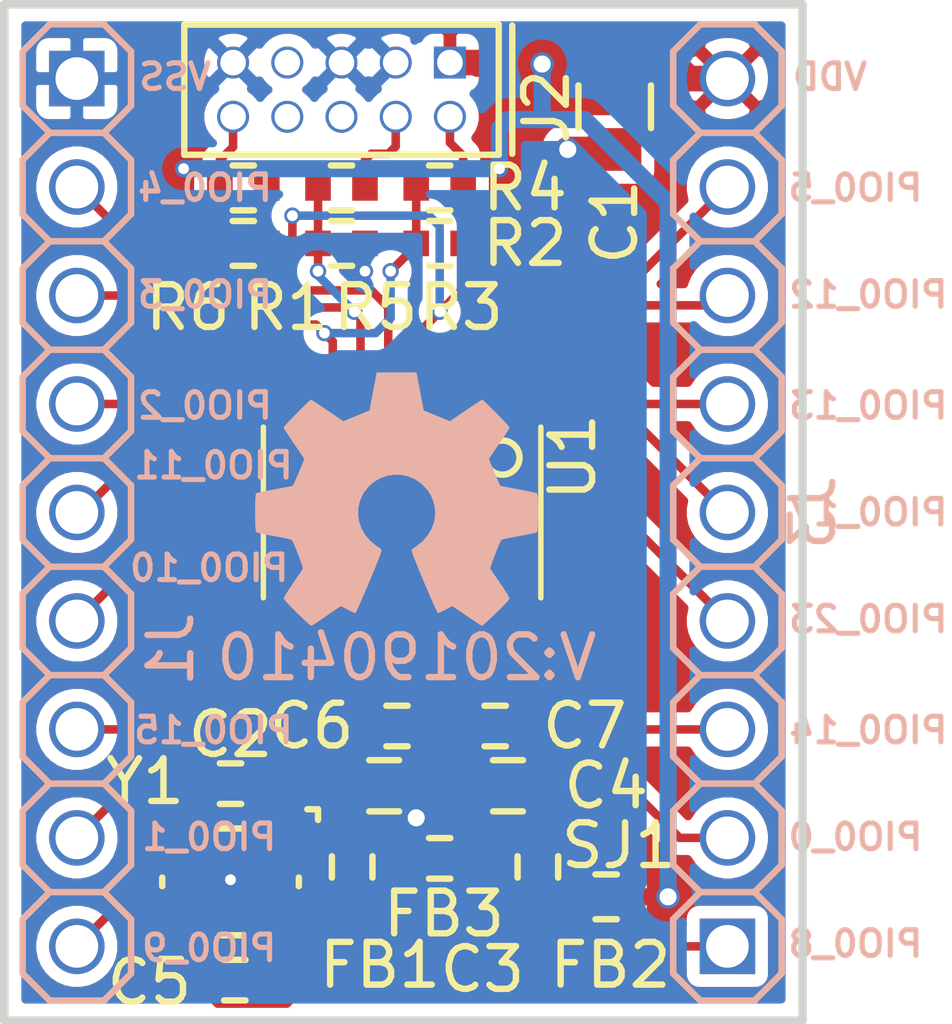
<source format=kicad_pcb>
(kicad_pcb (version 20171130) (host pcbnew 5.1.0-060a0da~80~ubuntu18.04.1)

  (general
    (thickness 1.6)
    (drawings 5)
    (tracks 216)
    (zones 0)
    (modules 24)
    (nets 26)
  )

  (page A4)
  (layers
    (0 F.Cu signal)
    (31 B.Cu signal)
    (32 B.Adhes user)
    (33 F.Adhes user)
    (34 B.Paste user)
    (35 F.Paste user)
    (36 B.SilkS user)
    (37 F.SilkS user)
    (38 B.Mask user)
    (39 F.Mask user)
    (40 Dwgs.User user)
    (41 Cmts.User user)
    (42 Eco1.User user)
    (43 Eco2.User user)
    (44 Edge.Cuts user)
    (45 Margin user)
    (46 B.CrtYd user)
    (47 F.CrtYd user)
    (48 B.Fab user)
    (49 F.Fab user)
  )

  (setup
    (last_trace_width 0.1524)
    (user_trace_width 0.1524)
    (user_trace_width 0.2)
    (user_trace_width 0.3)
    (user_trace_width 0.4)
    (user_trace_width 0.6)
    (user_trace_width 1)
    (user_trace_width 1.5)
    (user_trace_width 2)
    (trace_clearance 0.1524)
    (zone_clearance 0.3)
    (zone_45_only no)
    (trace_min 0.1524)
    (via_size 0.381)
    (via_drill 0.254)
    (via_min_size 0.381)
    (via_min_drill 0.254)
    (user_via 0.381 0.254)
    (user_via 0.55 0.4)
    (user_via 0.75 0.6)
    (user_via 0.95 0.8)
    (user_via 1.3 1)
    (user_via 1.5 1.2)
    (user_via 1.7 1.4)
    (user_via 1.9 1.6)
    (uvia_size 0.381)
    (uvia_drill 0.254)
    (uvias_allowed no)
    (uvia_min_size 0.381)
    (uvia_min_drill 0.254)
    (edge_width 0.15)
    (segment_width 0.2)
    (pcb_text_width 0.3)
    (pcb_text_size 1.5 1.5)
    (mod_edge_width 0.15)
    (mod_text_size 1 1)
    (mod_text_width 0.15)
    (pad_size 1.524 1.524)
    (pad_drill 0.762)
    (pad_to_mask_clearance 0.1)
    (solder_mask_min_width 0.25)
    (aux_axis_origin 0 0)
    (visible_elements FFFFFF7F)
    (pcbplotparams
      (layerselection 0x010f0_ffffffff)
      (usegerberextensions true)
      (usegerberattributes false)
      (usegerberadvancedattributes false)
      (creategerberjobfile false)
      (excludeedgelayer true)
      (linewidth 0.100000)
      (plotframeref false)
      (viasonmask false)
      (mode 1)
      (useauxorigin false)
      (hpglpennumber 1)
      (hpglpenspeed 20)
      (hpglpendiameter 15.000000)
      (psnegative false)
      (psa4output false)
      (plotreference true)
      (plotvalue true)
      (plotinvisibletext false)
      (padsonsilk false)
      (subtractmaskfromsilk false)
      (outputformat 1)
      (mirror false)
      (drillshape 0)
      (scaleselection 1)
      (outputdirectory "LPC82X_JDH20_plots"))
  )

  (net 0 "")
  (net 1 /PIO0_9)
  (net 2 "Net-(C3-Pad1)")
  (net 3 "Net-(C4-Pad2)")
  (net 4 "Net-(C4-Pad1)")
  (net 5 /PIO0_8)
  (net 6 "Net-(FB1-Pad2)")
  (net 7 /PIO0_4)
  (net 8 /PIO0_3)
  (net 9 /PIO0_2)
  (net 10 /PIO0_11)
  (net 11 /PIO0_10)
  (net 12 /PIO0_15)
  (net 13 /PIO0_1)
  (net 14 "Net-(J2-Pad2)")
  (net 15 "Net-(J2-Pad4)")
  (net 16 "Net-(J2-Pad10)")
  (net 17 /RESET)
  (net 18 /PIO0_12)
  (net 19 /PIO0_13)
  (net 20 /PIO0_17)
  (net 21 /PIO0_23)
  (net 22 /PIO0_14)
  (net 23 /PIO0_0)
  (net 24 /VSS)
  (net 25 /VDD)

  (net_class Default "This is the default net class."
    (clearance 0.1524)
    (trace_width 0.1524)
    (via_dia 0.381)
    (via_drill 0.254)
    (uvia_dia 0.381)
    (uvia_drill 0.254)
    (add_net /PIO0_0)
    (add_net /PIO0_1)
    (add_net /PIO0_10)
    (add_net /PIO0_11)
    (add_net /PIO0_12)
    (add_net /PIO0_13)
    (add_net /PIO0_14)
    (add_net /PIO0_15)
    (add_net /PIO0_17)
    (add_net /PIO0_2)
    (add_net /PIO0_23)
    (add_net /PIO0_3)
    (add_net /PIO0_4)
    (add_net /PIO0_8)
    (add_net /PIO0_9)
    (add_net /RESET)
    (add_net /VDD)
    (add_net /VSS)
    (add_net "Net-(C3-Pad1)")
    (add_net "Net-(C4-Pad1)")
    (add_net "Net-(C4-Pad2)")
    (add_net "Net-(FB1-Pad2)")
    (add_net "Net-(J2-Pad10)")
    (add_net "Net-(J2-Pad2)")
    (add_net "Net-(J2-Pad4)")
  )

  (module SquantorConnectorsNamed:LPC82XJDH20_breakout_right locked (layer B.Cu) (tedit 5CAE4579) (tstamp 5BFAE3D6)
    (at 142.24 101.6 90)
    (descr "PIN HEADER")
    (tags "PIN HEADER")
    (path /5BE90FB3)
    (attr virtual)
    (fp_text reference J3 (at 0 2 90) (layer B.SilkS)
      (effects (font (size 1 1) (thickness 0.15)) (justify mirror))
    )
    (fp_text value Conn_01x09 (at 0 -2.2 90) (layer B.Fab)
      (effects (font (size 1 1) (thickness 0.15)) (justify mirror))
    )
    (fp_text user VDD (at 10.2 2.4) (layer B.SilkS)
      (effects (font (size 0.6 0.6) (thickness 0.12)) (justify mirror))
    )
    (fp_text user PIO0_5 (at 7.6 3) (layer B.SilkS)
      (effects (font (size 0.6 0.6) (thickness 0.12)) (justify mirror))
    )
    (fp_text user PIO0_12 (at 5.1 3.3) (layer B.SilkS)
      (effects (font (size 0.6 0.6) (thickness 0.12)) (justify mirror))
    )
    (fp_text user PIO0_13 (at 2.5 3.3) (layer B.SilkS)
      (effects (font (size 0.6 0.6) (thickness 0.12)) (justify mirror))
    )
    (fp_text user PIO0_17 (at 0 3.3) (layer B.SilkS)
      (effects (font (size 0.6 0.6) (thickness 0.12)) (justify mirror))
    )
    (fp_text user PIO0_23 (at -2.5 3.3) (layer B.SilkS)
      (effects (font (size 0.6 0.6) (thickness 0.12)) (justify mirror))
    )
    (fp_text user PIO0_14 (at -5.1 3.3) (layer B.SilkS)
      (effects (font (size 0.6 0.6) (thickness 0.12)) (justify mirror))
    )
    (fp_text user PIO0_0 (at -7.6 3) (layer B.SilkS)
      (effects (font (size 0.6 0.6) (thickness 0.12)) (justify mirror))
    )
    (fp_text user PIO0_8 (at -10.1 3) (layer B.SilkS)
      (effects (font (size 0.6 0.6) (thickness 0.12)) (justify mirror))
    )
    (fp_line (start -9.525 -1.27) (end -10.795 -1.27) (layer B.SilkS) (width 0.1524))
    (fp_line (start -11.43 -0.635) (end -10.795 -1.27) (layer B.SilkS) (width 0.1524))
    (fp_line (start -10.795 1.27) (end -11.43 0.635) (layer B.SilkS) (width 0.1524))
    (fp_line (start -11.43 0.635) (end -11.43 -0.635) (layer B.SilkS) (width 0.1524))
    (fp_line (start -8.255 -1.27) (end -8.89 -0.635) (layer B.SilkS) (width 0.1524))
    (fp_line (start -6.985 -1.27) (end -8.255 -1.27) (layer B.SilkS) (width 0.1524))
    (fp_line (start -6.35 -0.635) (end -6.985 -1.27) (layer B.SilkS) (width 0.1524))
    (fp_line (start -6.35 0.635) (end -6.35 -0.635) (layer B.SilkS) (width 0.1524))
    (fp_line (start -6.985 1.27) (end -6.35 0.635) (layer B.SilkS) (width 0.1524))
    (fp_line (start -8.255 1.27) (end -6.985 1.27) (layer B.SilkS) (width 0.1524))
    (fp_line (start -8.89 0.635) (end -8.255 1.27) (layer B.SilkS) (width 0.1524))
    (fp_line (start -8.89 -0.635) (end -9.525 -1.27) (layer B.SilkS) (width 0.1524))
    (fp_line (start -8.89 0.635) (end -8.89 -0.635) (layer B.SilkS) (width 0.1524))
    (fp_line (start -9.525 1.27) (end -8.89 0.635) (layer B.SilkS) (width 0.1524))
    (fp_line (start -10.795 1.27) (end -9.525 1.27) (layer B.SilkS) (width 0.1524))
    (fp_line (start -1.905 -1.27) (end -3.175 -1.27) (layer B.SilkS) (width 0.1524))
    (fp_line (start -3.81 -0.635) (end -3.175 -1.27) (layer B.SilkS) (width 0.1524))
    (fp_line (start -3.175 1.27) (end -3.81 0.635) (layer B.SilkS) (width 0.1524))
    (fp_line (start -5.715 -1.27) (end -6.35 -0.635) (layer B.SilkS) (width 0.1524))
    (fp_line (start -4.445 -1.27) (end -5.715 -1.27) (layer B.SilkS) (width 0.1524))
    (fp_line (start -3.81 -0.635) (end -4.445 -1.27) (layer B.SilkS) (width 0.1524))
    (fp_line (start -3.81 0.635) (end -3.81 -0.635) (layer B.SilkS) (width 0.1524))
    (fp_line (start -4.445 1.27) (end -3.81 0.635) (layer B.SilkS) (width 0.1524))
    (fp_line (start -5.715 1.27) (end -4.445 1.27) (layer B.SilkS) (width 0.1524))
    (fp_line (start -6.35 0.635) (end -5.715 1.27) (layer B.SilkS) (width 0.1524))
    (fp_line (start -0.635 -1.27) (end -1.27 -0.635) (layer B.SilkS) (width 0.1524))
    (fp_line (start 0.635 -1.27) (end -0.635 -1.27) (layer B.SilkS) (width 0.1524))
    (fp_line (start 1.27 -0.635) (end 0.635 -1.27) (layer B.SilkS) (width 0.1524))
    (fp_line (start 1.27 0.635) (end 1.27 -0.635) (layer B.SilkS) (width 0.1524))
    (fp_line (start 0.635 1.27) (end 1.27 0.635) (layer B.SilkS) (width 0.1524))
    (fp_line (start -0.635 1.27) (end 0.635 1.27) (layer B.SilkS) (width 0.1524))
    (fp_line (start -1.27 0.635) (end -0.635 1.27) (layer B.SilkS) (width 0.1524))
    (fp_line (start -1.27 -0.635) (end -1.905 -1.27) (layer B.SilkS) (width 0.1524))
    (fp_line (start -1.27 0.635) (end -1.27 -0.635) (layer B.SilkS) (width 0.1524))
    (fp_line (start -1.905 1.27) (end -1.27 0.635) (layer B.SilkS) (width 0.1524))
    (fp_line (start -3.175 1.27) (end -1.905 1.27) (layer B.SilkS) (width 0.1524))
    (fp_line (start 5.715 -1.27) (end 4.445 -1.27) (layer B.SilkS) (width 0.1524))
    (fp_line (start 3.81 -0.635) (end 4.445 -1.27) (layer B.SilkS) (width 0.1524))
    (fp_line (start 4.445 1.27) (end 3.81 0.635) (layer B.SilkS) (width 0.1524))
    (fp_line (start 1.905 -1.27) (end 1.27 -0.635) (layer B.SilkS) (width 0.1524))
    (fp_line (start 3.175 -1.27) (end 1.905 -1.27) (layer B.SilkS) (width 0.1524))
    (fp_line (start 3.81 -0.635) (end 3.175 -1.27) (layer B.SilkS) (width 0.1524))
    (fp_line (start 3.81 0.635) (end 3.81 -0.635) (layer B.SilkS) (width 0.1524))
    (fp_line (start 3.175 1.27) (end 3.81 0.635) (layer B.SilkS) (width 0.1524))
    (fp_line (start 1.905 1.27) (end 3.175 1.27) (layer B.SilkS) (width 0.1524))
    (fp_line (start 1.27 0.635) (end 1.905 1.27) (layer B.SilkS) (width 0.1524))
    (fp_line (start 6.985 -1.27) (end 6.35 -0.635) (layer B.SilkS) (width 0.1524))
    (fp_line (start 8.255 -1.27) (end 6.985 -1.27) (layer B.SilkS) (width 0.1524))
    (fp_line (start 8.89 -0.635) (end 8.255 -1.27) (layer B.SilkS) (width 0.1524))
    (fp_line (start 8.89 0.635) (end 8.89 -0.635) (layer B.SilkS) (width 0.1524))
    (fp_line (start 8.255 1.27) (end 8.89 0.635) (layer B.SilkS) (width 0.1524))
    (fp_line (start 6.985 1.27) (end 8.255 1.27) (layer B.SilkS) (width 0.1524))
    (fp_line (start 6.35 0.635) (end 6.985 1.27) (layer B.SilkS) (width 0.1524))
    (fp_line (start 6.35 -0.635) (end 5.715 -1.27) (layer B.SilkS) (width 0.1524))
    (fp_line (start 6.35 0.635) (end 6.35 -0.635) (layer B.SilkS) (width 0.1524))
    (fp_line (start 5.715 1.27) (end 6.35 0.635) (layer B.SilkS) (width 0.1524))
    (fp_line (start 4.445 1.27) (end 5.715 1.27) (layer B.SilkS) (width 0.1524))
    (fp_line (start 9.525 -1.27) (end 8.89 -0.635) (layer B.SilkS) (width 0.1524))
    (fp_line (start 10.795 -1.27) (end 9.525 -1.27) (layer B.SilkS) (width 0.1524))
    (fp_line (start 11.43 -0.635) (end 10.795 -1.27) (layer B.SilkS) (width 0.1524))
    (fp_line (start 11.43 0.635) (end 11.43 -0.635) (layer B.SilkS) (width 0.1524))
    (fp_line (start 10.795 1.27) (end 11.43 0.635) (layer B.SilkS) (width 0.1524))
    (fp_line (start 9.525 1.27) (end 10.795 1.27) (layer B.SilkS) (width 0.1524))
    (fp_line (start 8.89 0.635) (end 9.525 1.27) (layer B.SilkS) (width 0.1524))
    (pad 9 thru_hole circle (at 10.16 0 270) (size 1.3 1.3) (drill 1) (layers *.Cu *.Mask)
      (net 25 /VDD))
    (pad 8 thru_hole circle (at 7.62 0 270) (size 1.3 1.3) (drill 1) (layers *.Cu *.Mask)
      (net 17 /RESET))
    (pad 7 thru_hole circle (at 5.08 0 270) (size 1.3 1.3) (drill 1) (layers *.Cu *.Mask)
      (net 18 /PIO0_12))
    (pad 6 thru_hole circle (at 2.54 0 270) (size 1.3 1.3) (drill 1) (layers *.Cu *.Mask)
      (net 19 /PIO0_13))
    (pad 5 thru_hole circle (at 0 0 270) (size 1.3 1.3) (drill 1) (layers *.Cu *.Mask)
      (net 20 /PIO0_17))
    (pad 4 thru_hole circle (at -2.54 0 270) (size 1.3 1.3) (drill 1) (layers *.Cu *.Mask)
      (net 21 /PIO0_23))
    (pad 3 thru_hole circle (at -5.08 0 270) (size 1.3 1.3) (drill 1) (layers *.Cu *.Mask)
      (net 22 /PIO0_14))
    (pad 2 thru_hole circle (at -7.62 0 270) (size 1.3 1.3) (drill 1) (layers *.Cu *.Mask)
      (net 23 /PIO0_0))
    (pad 1 thru_hole rect (at -10.16 0 270) (size 1.3 1.3) (drill 1) (layers *.Cu *.Mask)
      (net 5 /PIO0_8))
  )

  (module SquantorConnectorsNamed:LPC82XJDH20_breakout_left locked (layer B.Cu) (tedit 5CAE43DF) (tstamp 5BFAE376)
    (at 127 101.6 270)
    (descr "PIN HEADER")
    (tags "PIN HEADER")
    (path /5BE90F57)
    (attr virtual)
    (fp_text reference J1 (at 3.2 -2.2 270) (layer B.SilkS)
      (effects (font (size 1 1) (thickness 0.15)) (justify mirror))
    )
    (fp_text value Conn_01x09 (at 0 -2.2 270) (layer B.Fab) hide
      (effects (font (size 1 1) (thickness 0.15)) (justify mirror))
    )
    (fp_text user PIO0_9 (at 10.2 -3.1 180) (layer B.SilkS)
      (effects (font (size 0.6 0.6) (thickness 0.12)) (justify mirror))
    )
    (fp_text user PIO0_1 (at 7.6 -3.1 180) (layer B.SilkS)
      (effects (font (size 0.6 0.6) (thickness 0.12)) (justify mirror))
    )
    (fp_text user PIO0_15 (at 5.1 -3.2 180) (layer B.SilkS)
      (effects (font (size 0.6 0.6) (thickness 0.12)) (justify mirror))
    )
    (fp_text user PIO0_10 (at 1.3 -3.1 180) (layer B.SilkS)
      (effects (font (size 0.6 0.6) (thickness 0.12)) (justify mirror))
    )
    (fp_text user PIO0_11 (at -1.1 -3.2 180) (layer B.SilkS)
      (effects (font (size 0.6 0.6) (thickness 0.12)) (justify mirror))
    )
    (fp_text user PIO0_2 (at -2.5 -3 180) (layer B.SilkS)
      (effects (font (size 0.6 0.6) (thickness 0.12)) (justify mirror))
    )
    (fp_text user PIO0_3 (at -5.1 -3 180) (layer B.SilkS)
      (effects (font (size 0.6 0.6) (thickness 0.12)) (justify mirror))
    )
    (fp_text user PIO0_4 (at -7.6 -3 180) (layer B.SilkS)
      (effects (font (size 0.6 0.6) (thickness 0.12)) (justify mirror))
    )
    (fp_text user VSS (at -10.2 -2.3 180) (layer B.SilkS)
      (effects (font (size 0.6 0.6) (thickness 0.12)) (justify mirror))
    )
    (fp_line (start -9.525 -1.27) (end -10.795 -1.27) (layer B.SilkS) (width 0.1524))
    (fp_line (start -11.43 -0.635) (end -10.795 -1.27) (layer B.SilkS) (width 0.1524))
    (fp_line (start -10.795 1.27) (end -11.43 0.635) (layer B.SilkS) (width 0.1524))
    (fp_line (start -11.43 0.635) (end -11.43 -0.635) (layer B.SilkS) (width 0.1524))
    (fp_line (start -8.255 -1.27) (end -8.89 -0.635) (layer B.SilkS) (width 0.1524))
    (fp_line (start -6.985 -1.27) (end -8.255 -1.27) (layer B.SilkS) (width 0.1524))
    (fp_line (start -6.35 -0.635) (end -6.985 -1.27) (layer B.SilkS) (width 0.1524))
    (fp_line (start -6.35 0.635) (end -6.35 -0.635) (layer B.SilkS) (width 0.1524))
    (fp_line (start -6.985 1.27) (end -6.35 0.635) (layer B.SilkS) (width 0.1524))
    (fp_line (start -8.255 1.27) (end -6.985 1.27) (layer B.SilkS) (width 0.1524))
    (fp_line (start -8.89 0.635) (end -8.255 1.27) (layer B.SilkS) (width 0.1524))
    (fp_line (start -8.89 -0.635) (end -9.525 -1.27) (layer B.SilkS) (width 0.1524))
    (fp_line (start -8.89 0.635) (end -8.89 -0.635) (layer B.SilkS) (width 0.1524))
    (fp_line (start -9.525 1.27) (end -8.89 0.635) (layer B.SilkS) (width 0.1524))
    (fp_line (start -10.795 1.27) (end -9.525 1.27) (layer B.SilkS) (width 0.1524))
    (fp_line (start -1.905 -1.27) (end -3.175 -1.27) (layer B.SilkS) (width 0.1524))
    (fp_line (start -3.81 -0.635) (end -3.175 -1.27) (layer B.SilkS) (width 0.1524))
    (fp_line (start -3.175 1.27) (end -3.81 0.635) (layer B.SilkS) (width 0.1524))
    (fp_line (start -5.715 -1.27) (end -6.35 -0.635) (layer B.SilkS) (width 0.1524))
    (fp_line (start -4.445 -1.27) (end -5.715 -1.27) (layer B.SilkS) (width 0.1524))
    (fp_line (start -3.81 -0.635) (end -4.445 -1.27) (layer B.SilkS) (width 0.1524))
    (fp_line (start -3.81 0.635) (end -3.81 -0.635) (layer B.SilkS) (width 0.1524))
    (fp_line (start -4.445 1.27) (end -3.81 0.635) (layer B.SilkS) (width 0.1524))
    (fp_line (start -5.715 1.27) (end -4.445 1.27) (layer B.SilkS) (width 0.1524))
    (fp_line (start -6.35 0.635) (end -5.715 1.27) (layer B.SilkS) (width 0.1524))
    (fp_line (start -0.635 -1.27) (end -1.27 -0.635) (layer B.SilkS) (width 0.1524))
    (fp_line (start 0.635 -1.27) (end -0.635 -1.27) (layer B.SilkS) (width 0.1524))
    (fp_line (start 1.27 -0.635) (end 0.635 -1.27) (layer B.SilkS) (width 0.1524))
    (fp_line (start 1.27 0.635) (end 1.27 -0.635) (layer B.SilkS) (width 0.1524))
    (fp_line (start 0.635 1.27) (end 1.27 0.635) (layer B.SilkS) (width 0.1524))
    (fp_line (start -0.635 1.27) (end 0.635 1.27) (layer B.SilkS) (width 0.1524))
    (fp_line (start -1.27 0.635) (end -0.635 1.27) (layer B.SilkS) (width 0.1524))
    (fp_line (start -1.27 -0.635) (end -1.905 -1.27) (layer B.SilkS) (width 0.1524))
    (fp_line (start -1.27 0.635) (end -1.27 -0.635) (layer B.SilkS) (width 0.1524))
    (fp_line (start -1.905 1.27) (end -1.27 0.635) (layer B.SilkS) (width 0.1524))
    (fp_line (start -3.175 1.27) (end -1.905 1.27) (layer B.SilkS) (width 0.1524))
    (fp_line (start 5.715 -1.27) (end 4.445 -1.27) (layer B.SilkS) (width 0.1524))
    (fp_line (start 3.81 -0.635) (end 4.445 -1.27) (layer B.SilkS) (width 0.1524))
    (fp_line (start 4.445 1.27) (end 3.81 0.635) (layer B.SilkS) (width 0.1524))
    (fp_line (start 1.905 -1.27) (end 1.27 -0.635) (layer B.SilkS) (width 0.1524))
    (fp_line (start 3.175 -1.27) (end 1.905 -1.27) (layer B.SilkS) (width 0.1524))
    (fp_line (start 3.81 -0.635) (end 3.175 -1.27) (layer B.SilkS) (width 0.1524))
    (fp_line (start 3.81 0.635) (end 3.81 -0.635) (layer B.SilkS) (width 0.1524))
    (fp_line (start 3.175 1.27) (end 3.81 0.635) (layer B.SilkS) (width 0.1524))
    (fp_line (start 1.905 1.27) (end 3.175 1.27) (layer B.SilkS) (width 0.1524))
    (fp_line (start 1.27 0.635) (end 1.905 1.27) (layer B.SilkS) (width 0.1524))
    (fp_line (start 6.985 -1.27) (end 6.35 -0.635) (layer B.SilkS) (width 0.1524))
    (fp_line (start 8.255 -1.27) (end 6.985 -1.27) (layer B.SilkS) (width 0.1524))
    (fp_line (start 8.89 -0.635) (end 8.255 -1.27) (layer B.SilkS) (width 0.1524))
    (fp_line (start 8.89 0.635) (end 8.89 -0.635) (layer B.SilkS) (width 0.1524))
    (fp_line (start 8.255 1.27) (end 8.89 0.635) (layer B.SilkS) (width 0.1524))
    (fp_line (start 6.985 1.27) (end 8.255 1.27) (layer B.SilkS) (width 0.1524))
    (fp_line (start 6.35 0.635) (end 6.985 1.27) (layer B.SilkS) (width 0.1524))
    (fp_line (start 6.35 -0.635) (end 5.715 -1.27) (layer B.SilkS) (width 0.1524))
    (fp_line (start 6.35 0.635) (end 6.35 -0.635) (layer B.SilkS) (width 0.1524))
    (fp_line (start 5.715 1.27) (end 6.35 0.635) (layer B.SilkS) (width 0.1524))
    (fp_line (start 4.445 1.27) (end 5.715 1.27) (layer B.SilkS) (width 0.1524))
    (fp_line (start 9.525 -1.27) (end 8.89 -0.635) (layer B.SilkS) (width 0.1524))
    (fp_line (start 10.795 -1.27) (end 9.525 -1.27) (layer B.SilkS) (width 0.1524))
    (fp_line (start 11.43 -0.635) (end 10.795 -1.27) (layer B.SilkS) (width 0.1524))
    (fp_line (start 11.43 0.635) (end 11.43 -0.635) (layer B.SilkS) (width 0.1524))
    (fp_line (start 10.795 1.27) (end 11.43 0.635) (layer B.SilkS) (width 0.1524))
    (fp_line (start 9.525 1.27) (end 10.795 1.27) (layer B.SilkS) (width 0.1524))
    (fp_line (start 8.89 0.635) (end 9.525 1.27) (layer B.SilkS) (width 0.1524))
    (pad 9 thru_hole circle (at 10.16 0 90) (size 1.3 1.3) (drill 1) (layers *.Cu *.Mask)
      (net 1 /PIO0_9))
    (pad 8 thru_hole circle (at 7.62 0 90) (size 1.3 1.3) (drill 1) (layers *.Cu *.Mask)
      (net 13 /PIO0_1))
    (pad 7 thru_hole circle (at 5.08 0 90) (size 1.3 1.3) (drill 1) (layers *.Cu *.Mask)
      (net 12 /PIO0_15))
    (pad 6 thru_hole circle (at 2.54 0 90) (size 1.3 1.3) (drill 1) (layers *.Cu *.Mask)
      (net 11 /PIO0_10))
    (pad 5 thru_hole circle (at 0 0 90) (size 1.3 1.3) (drill 1) (layers *.Cu *.Mask)
      (net 10 /PIO0_11))
    (pad 4 thru_hole circle (at -2.54 0 90) (size 1.3 1.3) (drill 1) (layers *.Cu *.Mask)
      (net 9 /PIO0_2))
    (pad 3 thru_hole circle (at -5.08 0 90) (size 1.3 1.3) (drill 1) (layers *.Cu *.Mask)
      (net 8 /PIO0_3))
    (pad 2 thru_hole circle (at -7.62 0 90) (size 1.3 1.3) (drill 1) (layers *.Cu *.Mask)
      (net 7 /PIO0_4))
    (pad 1 thru_hole rect (at -10.16 0 90) (size 1.3 1.3) (drill 1) (layers *.Cu *.Mask)
      (net 24 /VSS))
  )

  (module SquantorConnectors:Header-0127-2X05-H006 (layer F.Cu) (tedit 5CA38BF4) (tstamp 5CAE968D)
    (at 133.2 91.7 180)
    (path /5CB2A478)
    (fp_text reference J2 (at -4.8 -0.4 270) (layer F.SilkS)
      (effects (font (size 1 1) (thickness 0.15)))
    )
    (fp_text value JTAG_2X05_IN (at 0 2.5 180) (layer F.Fab) hide
      (effects (font (size 1 1) (thickness 0.15)))
    )
    (fp_line (start -3.683 -1.524) (end 3.683 -1.524) (layer F.SilkS) (width 0.15))
    (fp_line (start 3.683 -1.524) (end 3.683 1.524) (layer F.SilkS) (width 0.15))
    (fp_line (start 3.683 1.524) (end -3.683 1.524) (layer F.SilkS) (width 0.15))
    (fp_line (start -3.683 1.524) (end -3.683 -1.524) (layer F.SilkS) (width 0.15))
    (fp_line (start -4 -1.5) (end -4 1.5) (layer F.SilkS) (width 0.15))
    (pad 10 thru_hole circle (at 2.54 -0.635 180) (size 0.75 0.75) (drill 0.6) (layers *.Cu *.Mask)
      (net 16 "Net-(J2-Pad10)"))
    (pad 9 thru_hole circle (at 2.54 0.635 180) (size 0.75 0.75) (drill 0.6) (layers *.Cu *.Mask)
      (net 24 /VSS))
    (pad 8 thru_hole circle (at 1.27 -0.635 180) (size 0.75 0.75) (drill 0.6) (layers *.Cu *.Mask))
    (pad 7 thru_hole circle (at 1.27 0.635 180) (size 0.75 0.75) (drill 0.6) (layers *.Cu *.Mask))
    (pad 6 thru_hole circle (at 0 -0.635 180) (size 0.75 0.75) (drill 0.6) (layers *.Cu *.Mask))
    (pad 5 thru_hole circle (at 0 0.635 180) (size 0.75 0.75) (drill 0.6) (layers *.Cu *.Mask)
      (net 24 /VSS))
    (pad 4 thru_hole circle (at -1.27 -0.635 180) (size 0.75 0.75) (drill 0.6) (layers *.Cu *.Mask)
      (net 15 "Net-(J2-Pad4)"))
    (pad 3 thru_hole circle (at -1.27 0.635 180) (size 0.75 0.75) (drill 0.6) (layers *.Cu *.Mask)
      (net 24 /VSS))
    (pad 2 thru_hole circle (at -2.54 -0.635 180) (size 0.75 0.75) (drill 0.6) (layers *.Cu *.Mask)
      (net 14 "Net-(J2-Pad2)"))
    (pad 1 thru_hole rect (at -2.54 0.635 180) (size 0.75 0.75) (drill 0.6) (layers *.Cu *.Mask)
      (net 25 /VDD))
  )

  (module SquantorCrystal:Crystal_3225_4 (layer F.Cu) (tedit 5BF6F546) (tstamp 5BFAE490)
    (at 130.6 110.25 180)
    (path /5BE1D5EF)
    (attr smd)
    (fp_text reference Y1 (at 2 2.35 180) (layer F.SilkS)
      (effects (font (size 1 1) (thickness 0.15)))
    )
    (fp_text value 12MHz (at 1.3 3.45) (layer F.Fab)
      (effects (font (size 1 1) (thickness 0.15)))
    )
    (fp_line (start -2.05 1.45) (end -2.05 1.7) (layer F.SilkS) (width 0.15))
    (fp_line (start -2.05 1.7) (end -1.8 1.7) (layer F.SilkS) (width 0.15))
    (fp_line (start -2.05 1.7) (end -2.05 -1.7) (layer F.CrtYd) (width 0.05))
    (fp_line (start 2.05 1.7) (end -2.05 1.7) (layer F.CrtYd) (width 0.05))
    (fp_line (start 2.05 -1.7) (end 2.05 1.7) (layer F.CrtYd) (width 0.05))
    (fp_line (start -2.05 -1.7) (end 2.05 -1.7) (layer F.CrtYd) (width 0.05))
    (fp_line (start -1.6 1.25) (end -1.6 -1.25) (layer F.Fab) (width 0.15))
    (fp_line (start 1.6 1.25) (end -1.6 1.25) (layer F.Fab) (width 0.15))
    (fp_line (start 1.6 -1.25) (end 1.6 1.25) (layer F.Fab) (width 0.15))
    (fp_line (start -1.6 -1.25) (end 1.6 -1.25) (layer F.Fab) (width 0.15))
    (fp_line (start -0.25 1.25) (end 0.25 1.25) (layer F.SilkS) (width 0.15))
    (fp_line (start 1.6 0.1) (end 1.6 -0.1) (layer F.SilkS) (width 0.15))
    (fp_line (start -0.25 -1.25) (end 0.25 -1.25) (layer F.SilkS) (width 0.15))
    (fp_line (start -1.6 -0.1) (end -1.6 0.1) (layer F.SilkS) (width 0.15))
    (pad 1 smd rect (at -1.1 0.85 180) (size 1.4 1.2) (layers F.Cu F.Paste F.Mask)
      (net 1 /PIO0_9))
    (pad 2 smd rect (at 1.1 0.85 180) (size 1.4 1.2) (layers F.Cu F.Paste F.Mask)
      (net 24 /VSS))
    (pad 3 smd rect (at 1.1 -0.85 180) (size 1.4 1.2) (layers F.Cu F.Paste F.Mask)
      (net 5 /PIO0_8))
    (pad 4 smd rect (at -1.1 -0.85 180) (size 1.4 1.2) (layers F.Cu F.Paste F.Mask)
      (net 24 /VSS))
  )

  (module Symbols:OSHW-Symbol_6.7x6mm_SilkScreen (layer B.Cu) (tedit 0) (tstamp 5A135134)
    (at 134.5 101.3 180)
    (descr "Open Source Hardware Symbol")
    (tags "Logo Symbol OSHW")
    (path /5BDF5DC8)
    (attr virtual)
    (fp_text reference N1 (at 0 0 180) (layer B.SilkS) hide
      (effects (font (size 1 1) (thickness 0.15)) (justify mirror))
    )
    (fp_text value OHWLOGO (at 0.75 0 180) (layer B.Fab) hide
      (effects (font (size 1 1) (thickness 0.15)) (justify mirror))
    )
    (fp_poly (pts (xy 0.555814 2.531069) (xy 0.639635 2.086445) (xy 0.94892 1.958947) (xy 1.258206 1.831449)
      (xy 1.629246 2.083754) (xy 1.733157 2.154004) (xy 1.827087 2.216728) (xy 1.906652 2.269062)
      (xy 1.96747 2.308143) (xy 2.005157 2.331107) (xy 2.015421 2.336058) (xy 2.03391 2.323324)
      (xy 2.07342 2.288118) (xy 2.129522 2.234938) (xy 2.197787 2.168282) (xy 2.273786 2.092646)
      (xy 2.353092 2.012528) (xy 2.431275 1.932426) (xy 2.503907 1.856836) (xy 2.566559 1.790255)
      (xy 2.614803 1.737182) (xy 2.64421 1.702113) (xy 2.651241 1.690377) (xy 2.641123 1.66874)
      (xy 2.612759 1.621338) (xy 2.569129 1.552807) (xy 2.513218 1.467785) (xy 2.448006 1.370907)
      (xy 2.410219 1.31565) (xy 2.341343 1.214752) (xy 2.28014 1.123701) (xy 2.229578 1.04703)
      (xy 2.192628 0.989272) (xy 2.172258 0.954957) (xy 2.169197 0.947746) (xy 2.176136 0.927252)
      (xy 2.195051 0.879487) (xy 2.223087 0.811168) (xy 2.257391 0.729011) (xy 2.295109 0.63973)
      (xy 2.333387 0.550042) (xy 2.36937 0.466662) (xy 2.400206 0.396306) (xy 2.423039 0.34569)
      (xy 2.435017 0.321529) (xy 2.435724 0.320578) (xy 2.454531 0.315964) (xy 2.504618 0.305672)
      (xy 2.580793 0.290713) (xy 2.677865 0.272099) (xy 2.790643 0.250841) (xy 2.856442 0.238582)
      (xy 2.97695 0.215638) (xy 3.085797 0.193805) (xy 3.177476 0.174278) (xy 3.246481 0.158252)
      (xy 3.287304 0.146921) (xy 3.295511 0.143326) (xy 3.303548 0.118994) (xy 3.310033 0.064041)
      (xy 3.31497 -0.015108) (xy 3.318364 -0.112026) (xy 3.320218 -0.220287) (xy 3.320538 -0.333465)
      (xy 3.319327 -0.445135) (xy 3.31659 -0.548868) (xy 3.312331 -0.638241) (xy 3.306555 -0.706826)
      (xy 3.299267 -0.748197) (xy 3.294895 -0.75681) (xy 3.268764 -0.767133) (xy 3.213393 -0.781892)
      (xy 3.136107 -0.799352) (xy 3.04423 -0.81778) (xy 3.012158 -0.823741) (xy 2.857524 -0.852066)
      (xy 2.735375 -0.874876) (xy 2.641673 -0.89308) (xy 2.572384 -0.907583) (xy 2.523471 -0.919292)
      (xy 2.490897 -0.929115) (xy 2.470628 -0.937956) (xy 2.458626 -0.946724) (xy 2.456947 -0.948457)
      (xy 2.440184 -0.976371) (xy 2.414614 -1.030695) (xy 2.382788 -1.104777) (xy 2.34726 -1.191965)
      (xy 2.310583 -1.285608) (xy 2.275311 -1.379052) (xy 2.243996 -1.465647) (xy 2.219193 -1.53874)
      (xy 2.203454 -1.591678) (xy 2.199332 -1.617811) (xy 2.199676 -1.618726) (xy 2.213641 -1.640086)
      (xy 2.245322 -1.687084) (xy 2.291391 -1.754827) (xy 2.348518 -1.838423) (xy 2.413373 -1.932982)
      (xy 2.431843 -1.959854) (xy 2.497699 -2.057275) (xy 2.55565 -2.146163) (xy 2.602538 -2.221412)
      (xy 2.635207 -2.27792) (xy 2.6505 -2.310581) (xy 2.651241 -2.314593) (xy 2.638392 -2.335684)
      (xy 2.602888 -2.377464) (xy 2.549293 -2.435445) (xy 2.482171 -2.505135) (xy 2.406087 -2.582045)
      (xy 2.325604 -2.661683) (xy 2.245287 -2.739561) (xy 2.169699 -2.811186) (xy 2.103405 -2.87207)
      (xy 2.050969 -2.917721) (xy 2.016955 -2.94365) (xy 2.007545 -2.947883) (xy 1.985643 -2.937912)
      (xy 1.9408 -2.91102) (xy 1.880321 -2.871736) (xy 1.833789 -2.840117) (xy 1.749475 -2.782098)
      (xy 1.649626 -2.713784) (xy 1.549473 -2.645579) (xy 1.495627 -2.609075) (xy 1.313371 -2.4858)
      (xy 1.160381 -2.56852) (xy 1.090682 -2.604759) (xy 1.031414 -2.632926) (xy 0.991311 -2.648991)
      (xy 0.981103 -2.651226) (xy 0.968829 -2.634722) (xy 0.944613 -2.588082) (xy 0.910263 -2.515609)
      (xy 0.867588 -2.421606) (xy 0.818394 -2.310374) (xy 0.76449 -2.186215) (xy 0.707684 -2.053432)
      (xy 0.649782 -1.916327) (xy 0.592593 -1.779202) (xy 0.537924 -1.646358) (xy 0.487584 -1.522098)
      (xy 0.44338 -1.410725) (xy 0.407119 -1.316539) (xy 0.380609 -1.243844) (xy 0.365658 -1.196941)
      (xy 0.363254 -1.180833) (xy 0.382311 -1.160286) (xy 0.424036 -1.126933) (xy 0.479706 -1.087702)
      (xy 0.484378 -1.084599) (xy 0.628264 -0.969423) (xy 0.744283 -0.835053) (xy 0.83143 -0.685784)
      (xy 0.888699 -0.525913) (xy 0.915086 -0.359737) (xy 0.909585 -0.191552) (xy 0.87119 -0.025655)
      (xy 0.798895 0.133658) (xy 0.777626 0.168513) (xy 0.666996 0.309263) (xy 0.536302 0.422286)
      (xy 0.390064 0.506997) (xy 0.232808 0.562806) (xy 0.069057 0.589126) (xy -0.096667 0.58537)
      (xy -0.259838 0.55095) (xy -0.415935 0.485277) (xy -0.560433 0.387765) (xy -0.605131 0.348187)
      (xy -0.718888 0.224297) (xy -0.801782 0.093876) (xy -0.858644 -0.052315) (xy -0.890313 -0.197088)
      (xy -0.898131 -0.35986) (xy -0.872062 -0.52344) (xy -0.814755 -0.682298) (xy -0.728856 -0.830906)
      (xy -0.617014 -0.963735) (xy -0.481877 -1.075256) (xy -0.464117 -1.087011) (xy -0.40785 -1.125508)
      (xy -0.365077 -1.158863) (xy -0.344628 -1.18016) (xy -0.344331 -1.180833) (xy -0.348721 -1.203871)
      (xy -0.366124 -1.256157) (xy -0.394732 -1.33339) (xy -0.432735 -1.431268) (xy -0.478326 -1.545491)
      (xy -0.529697 -1.671758) (xy -0.585038 -1.805767) (xy -0.642542 -1.943218) (xy -0.700399 -2.079808)
      (xy -0.756802 -2.211237) (xy -0.809942 -2.333205) (xy -0.85801 -2.441409) (xy -0.899199 -2.531549)
      (xy -0.931699 -2.599323) (xy -0.953703 -2.64043) (xy -0.962564 -2.651226) (xy -0.98964 -2.642819)
      (xy -1.040303 -2.620272) (xy -1.105817 -2.587613) (xy -1.141841 -2.56852) (xy -1.294832 -2.4858)
      (xy -1.477088 -2.609075) (xy -1.570125 -2.672228) (xy -1.671985 -2.741727) (xy -1.767438 -2.807165)
      (xy -1.81525 -2.840117) (xy -1.882495 -2.885273) (xy -1.939436 -2.921057) (xy -1.978646 -2.942938)
      (xy -1.991381 -2.947563) (xy -2.009917 -2.935085) (xy -2.050941 -2.900252) (xy -2.110475 -2.846678)
      (xy -2.184542 -2.777983) (xy -2.269165 -2.697781) (xy -2.322685 -2.646286) (xy -2.416319 -2.554286)
      (xy -2.497241 -2.471999) (xy -2.562177 -2.402945) (xy -2.607858 -2.350644) (xy -2.631011 -2.318616)
      (xy -2.633232 -2.312116) (xy -2.622924 -2.287394) (xy -2.594439 -2.237405) (xy -2.550937 -2.167212)
      (xy -2.495577 -2.081875) (xy -2.43152 -1.986456) (xy -2.413303 -1.959854) (xy -2.346927 -1.863167)
      (xy -2.287378 -1.776117) (xy -2.237984 -1.703595) (xy -2.202075 -1.650493) (xy -2.182981 -1.621703)
      (xy -2.181136 -1.618726) (xy -2.183895 -1.595782) (xy -2.198538 -1.545336) (xy -2.222513 -1.474041)
      (xy -2.253266 -1.388547) (xy -2.288244 -1.295507) (xy -2.324893 -1.201574) (xy -2.360661 -1.113399)
      (xy -2.392994 -1.037634) (xy -2.419338 -0.980931) (xy -2.437142 -0.949943) (xy -2.438407 -0.948457)
      (xy -2.449294 -0.939601) (xy -2.467682 -0.930843) (xy -2.497606 -0.921277) (xy -2.543103 -0.909996)
      (xy -2.608209 -0.896093) (xy -2.696961 -0.878663) (xy -2.813393 -0.856798) (xy -2.961542 -0.829591)
      (xy -2.993618 -0.823741) (xy -3.088686 -0.805374) (xy -3.171565 -0.787405) (xy -3.23493 -0.771569)
      (xy -3.271458 -0.7596) (xy -3.276356 -0.75681) (xy -3.284427 -0.732072) (xy -3.290987 -0.67679)
      (xy -3.296033 -0.597389) (xy -3.299559 -0.500296) (xy -3.301561 -0.391938) (xy -3.302036 -0.27874)
      (xy -3.300977 -0.167128) (xy -3.298382 -0.063529) (xy -3.294246 0.025632) (xy -3.288563 0.093928)
      (xy -3.281331 0.134934) (xy -3.276971 0.143326) (xy -3.252698 0.151792) (xy -3.197426 0.165565)
      (xy -3.116662 0.18345) (xy -3.015912 0.204252) (xy -2.900683 0.226777) (xy -2.837902 0.238582)
      (xy -2.718787 0.260849) (xy -2.612565 0.281021) (xy -2.524427 0.298085) (xy -2.459566 0.311031)
      (xy -2.423174 0.318845) (xy -2.417184 0.320578) (xy -2.407061 0.34011) (xy -2.385662 0.387157)
      (xy -2.355839 0.454997) (xy -2.320445 0.536909) (xy -2.282332 0.626172) (xy -2.244353 0.716065)
      (xy -2.20936 0.799865) (xy -2.180206 0.870853) (xy -2.159743 0.922306) (xy -2.150823 0.947503)
      (xy -2.150657 0.948604) (xy -2.160769 0.968481) (xy -2.189117 1.014223) (xy -2.232723 1.081283)
      (xy -2.288606 1.165116) (xy -2.353787 1.261174) (xy -2.391679 1.31635) (xy -2.460725 1.417519)
      (xy -2.52205 1.50937) (xy -2.572663 1.587256) (xy -2.609571 1.646531) (xy -2.629782 1.682549)
      (xy -2.632701 1.690623) (xy -2.620153 1.709416) (xy -2.585463 1.749543) (xy -2.533063 1.806507)
      (xy -2.467384 1.875815) (xy -2.392856 1.952969) (xy -2.313913 2.033475) (xy -2.234983 2.112837)
      (xy -2.1605 2.18656) (xy -2.094894 2.250148) (xy -2.042596 2.299106) (xy -2.008039 2.328939)
      (xy -1.996478 2.336058) (xy -1.977654 2.326047) (xy -1.932631 2.297922) (xy -1.865787 2.254546)
      (xy -1.781499 2.198782) (xy -1.684144 2.133494) (xy -1.610707 2.083754) (xy -1.239667 1.831449)
      (xy -0.621095 2.086445) (xy -0.537275 2.531069) (xy -0.453454 2.975693) (xy 0.471994 2.975693)
      (xy 0.555814 2.531069)) (layer B.SilkS) (width 0.01))
  )

  (module SquantorLabels:Label_version (layer B.Cu) (tedit 5B5A1E49) (tstamp 5B96DD88)
    (at 134.5 104.9)
    (path /5BDF5DC7)
    (fp_text reference N2 (at 0 -1.4) (layer B.Fab) hide
      (effects (font (size 1 1) (thickness 0.15)) (justify mirror))
    )
    (fp_text value 20190410 (at -0.4 0.1) (layer B.SilkS)
      (effects (font (size 1 1) (thickness 0.15)) (justify mirror))
    )
    (fp_text user V: (at 4 0.1) (layer B.SilkS)
      (effects (font (size 1 1) (thickness 0.15)) (justify mirror))
    )
  )

  (module SquantorRcl:C_0805 (layer F.Cu) (tedit 5415D6EA) (tstamp 5BFAE299)
    (at 139.6 92.1 90)
    (descr "Capacitor SMD 0805, reflow soldering, AVX (see smccp.pdf)")
    (tags "capacitor 0805")
    (path /5BD6A440)
    (attr smd)
    (fp_text reference C1 (at -2.7 0 90) (layer F.SilkS)
      (effects (font (size 1 1) (thickness 0.15)))
    )
    (fp_text value 10u (at -2.7 0 90) (layer F.Fab)
      (effects (font (size 1 1) (thickness 0.15)))
    )
    (fp_line (start -1 0.625) (end -1 -0.625) (layer F.Fab) (width 0.15))
    (fp_line (start 1 0.625) (end -1 0.625) (layer F.Fab) (width 0.15))
    (fp_line (start 1 -0.625) (end 1 0.625) (layer F.Fab) (width 0.15))
    (fp_line (start -1 -0.625) (end 1 -0.625) (layer F.Fab) (width 0.15))
    (fp_line (start -1.8 -1) (end 1.8 -1) (layer F.CrtYd) (width 0.05))
    (fp_line (start -1.8 1) (end 1.8 1) (layer F.CrtYd) (width 0.05))
    (fp_line (start -1.8 -1) (end -1.8 1) (layer F.CrtYd) (width 0.05))
    (fp_line (start 1.8 -1) (end 1.8 1) (layer F.CrtYd) (width 0.05))
    (fp_line (start 0.5 -0.85) (end -0.5 -0.85) (layer F.SilkS) (width 0.15))
    (fp_line (start -0.5 0.85) (end 0.5 0.85) (layer F.SilkS) (width 0.15))
    (pad 1 smd rect (at -1 0 90) (size 1 1.25) (layers F.Cu F.Paste F.Mask)
      (net 24 /VSS))
    (pad 2 smd rect (at 1 0 90) (size 1 1.25) (layers F.Cu F.Paste F.Mask)
      (net 25 /VDD))
    (model Capacitors_SMD.3dshapes/C_0805.wrl
      (at (xyz 0 0 0))
      (scale (xyz 1 1 1))
      (rotate (xyz 0 0 0))
    )
  )

  (module SquantorRcl:C_0402 (layer F.Cu) (tedit 58D18F8A) (tstamp 5BFAE2A9)
    (at 130.6 107.95 180)
    (descr "Capacitor SMD 0402, reflow soldering, AVX (see smccp.pdf)")
    (tags "capacitor 0402")
    (path /5BE10822)
    (attr smd)
    (fp_text reference C2 (at 0 1.15) (layer F.SilkS)
      (effects (font (size 1 1) (thickness 0.15)))
    )
    (fp_text value 18p (at -0.6 -1.75 180) (layer F.Fab)
      (effects (font (size 1 1) (thickness 0.15)))
    )
    (fp_line (start -0.25 0.475) (end 0.25 0.475) (layer F.SilkS) (width 0.15))
    (fp_line (start 0.25 -0.475) (end -0.25 -0.475) (layer F.SilkS) (width 0.15))
    (fp_line (start 1.15 -0.6) (end 1.15 0.6) (layer F.CrtYd) (width 0.05))
    (fp_line (start -1.15 -0.6) (end -1.15 0.6) (layer F.CrtYd) (width 0.05))
    (fp_line (start -1.15 0.6) (end 1.15 0.6) (layer F.CrtYd) (width 0.05))
    (fp_line (start -1.15 -0.6) (end 1.15 -0.6) (layer F.CrtYd) (width 0.05))
    (fp_line (start -0.5 -0.25) (end 0.5 -0.25) (layer F.Fab) (width 0.15))
    (fp_line (start 0.5 -0.25) (end 0.5 0.25) (layer F.Fab) (width 0.15))
    (fp_line (start 0.5 0.25) (end -0.5 0.25) (layer F.Fab) (width 0.15))
    (fp_line (start -0.5 0.25) (end -0.5 -0.25) (layer F.Fab) (width 0.15))
    (pad 2 smd rect (at 0.55 0 180) (size 0.6 0.5) (layers F.Cu F.Paste F.Mask)
      (net 24 /VSS) (solder_mask_margin 0.1))
    (pad 1 smd rect (at -0.55 0 180) (size 0.6 0.5) (layers F.Cu F.Paste F.Mask)
      (net 1 /PIO0_9) (solder_mask_margin 0.1))
    (model Capacitors_SMD.3dshapes/C_0402.wrl
      (at (xyz 0 0 0))
      (scale (xyz 1 1 1))
      (rotate (xyz 0 0 0))
    )
  )

  (module SquantorRcl:C_0603 (layer F.Cu) (tedit 5415D631) (tstamp 5BFAE2B9)
    (at 134.2 108)
    (descr "Capacitor SMD 0603, reflow soldering, AVX (see smccp.pdf)")
    (tags "capacitor 0603")
    (path /5BD2CE41)
    (attr smd)
    (fp_text reference C3 (at 2.3 4.3) (layer F.SilkS)
      (effects (font (size 1 1) (thickness 0.15)))
    )
    (fp_text value 1u (at 0.8 3 180) (layer F.Fab)
      (effects (font (size 1 1) (thickness 0.15)))
    )
    (fp_line (start -0.8 0.4) (end -0.8 -0.4) (layer F.Fab) (width 0.15))
    (fp_line (start 0.8 0.4) (end -0.8 0.4) (layer F.Fab) (width 0.15))
    (fp_line (start 0.8 -0.4) (end 0.8 0.4) (layer F.Fab) (width 0.15))
    (fp_line (start -0.8 -0.4) (end 0.8 -0.4) (layer F.Fab) (width 0.15))
    (fp_line (start -1.45 -0.75) (end 1.45 -0.75) (layer F.CrtYd) (width 0.05))
    (fp_line (start -1.45 0.75) (end 1.45 0.75) (layer F.CrtYd) (width 0.05))
    (fp_line (start -1.45 -0.75) (end -1.45 0.75) (layer F.CrtYd) (width 0.05))
    (fp_line (start 1.45 -0.75) (end 1.45 0.75) (layer F.CrtYd) (width 0.05))
    (fp_line (start -0.35 -0.6) (end 0.35 -0.6) (layer F.SilkS) (width 0.15))
    (fp_line (start 0.35 0.6) (end -0.35 0.6) (layer F.SilkS) (width 0.15))
    (pad 1 smd rect (at -0.75 0) (size 0.8 0.75) (layers F.Cu F.Paste F.Mask)
      (net 2 "Net-(C3-Pad1)"))
    (pad 2 smd rect (at 0.75 0) (size 0.8 0.75) (layers F.Cu F.Paste F.Mask)
      (net 24 /VSS))
    (model Capacitors_SMD.3dshapes/C_0603.wrl
      (at (xyz 0 0 0))
      (scale (xyz 1 1 1))
      (rotate (xyz 0 0 0))
    )
  )

  (module SquantorRcl:C_0603 (layer F.Cu) (tedit 5415D631) (tstamp 5BFAE2C9)
    (at 137.1 108 180)
    (descr "Capacitor SMD 0603, reflow soldering, AVX (see smccp.pdf)")
    (tags "capacitor 0603")
    (path /5BD2C956)
    (attr smd)
    (fp_text reference C4 (at -2.3 0 180) (layer F.SilkS)
      (effects (font (size 1 1) (thickness 0.15)))
    )
    (fp_text value 1u (at -2.3 0 180) (layer F.Fab)
      (effects (font (size 1 1) (thickness 0.15)))
    )
    (fp_line (start 0.35 0.6) (end -0.35 0.6) (layer F.SilkS) (width 0.15))
    (fp_line (start -0.35 -0.6) (end 0.35 -0.6) (layer F.SilkS) (width 0.15))
    (fp_line (start 1.45 -0.75) (end 1.45 0.75) (layer F.CrtYd) (width 0.05))
    (fp_line (start -1.45 -0.75) (end -1.45 0.75) (layer F.CrtYd) (width 0.05))
    (fp_line (start -1.45 0.75) (end 1.45 0.75) (layer F.CrtYd) (width 0.05))
    (fp_line (start -1.45 -0.75) (end 1.45 -0.75) (layer F.CrtYd) (width 0.05))
    (fp_line (start -0.8 -0.4) (end 0.8 -0.4) (layer F.Fab) (width 0.15))
    (fp_line (start 0.8 -0.4) (end 0.8 0.4) (layer F.Fab) (width 0.15))
    (fp_line (start 0.8 0.4) (end -0.8 0.4) (layer F.Fab) (width 0.15))
    (fp_line (start -0.8 0.4) (end -0.8 -0.4) (layer F.Fab) (width 0.15))
    (pad 2 smd rect (at 0.75 0 180) (size 0.8 0.75) (layers F.Cu F.Paste F.Mask)
      (net 3 "Net-(C4-Pad2)"))
    (pad 1 smd rect (at -0.75 0 180) (size 0.8 0.75) (layers F.Cu F.Paste F.Mask)
      (net 4 "Net-(C4-Pad1)"))
    (model Capacitors_SMD.3dshapes/C_0603.wrl
      (at (xyz 0 0 0))
      (scale (xyz 1 1 1))
      (rotate (xyz 0 0 0))
    )
  )

  (module SquantorRcl:C_0402 (layer F.Cu) (tedit 58D18F8A) (tstamp 5BFAE2D9)
    (at 130.7 112.55)
    (descr "Capacitor SMD 0402, reflow soldering, AVX (see smccp.pdf)")
    (tags "capacitor 0402")
    (path /5BE10538)
    (attr smd)
    (fp_text reference C5 (at -2 0.05) (layer F.SilkS)
      (effects (font (size 1 1) (thickness 0.15)))
    )
    (fp_text value 18p (at -2 -0.05) (layer F.Fab)
      (effects (font (size 1 1) (thickness 0.15)))
    )
    (fp_line (start -0.5 0.25) (end -0.5 -0.25) (layer F.Fab) (width 0.15))
    (fp_line (start 0.5 0.25) (end -0.5 0.25) (layer F.Fab) (width 0.15))
    (fp_line (start 0.5 -0.25) (end 0.5 0.25) (layer F.Fab) (width 0.15))
    (fp_line (start -0.5 -0.25) (end 0.5 -0.25) (layer F.Fab) (width 0.15))
    (fp_line (start -1.15 -0.6) (end 1.15 -0.6) (layer F.CrtYd) (width 0.05))
    (fp_line (start -1.15 0.6) (end 1.15 0.6) (layer F.CrtYd) (width 0.05))
    (fp_line (start -1.15 -0.6) (end -1.15 0.6) (layer F.CrtYd) (width 0.05))
    (fp_line (start 1.15 -0.6) (end 1.15 0.6) (layer F.CrtYd) (width 0.05))
    (fp_line (start 0.25 -0.475) (end -0.25 -0.475) (layer F.SilkS) (width 0.15))
    (fp_line (start -0.25 0.475) (end 0.25 0.475) (layer F.SilkS) (width 0.15))
    (pad 1 smd rect (at -0.55 0) (size 0.6 0.5) (layers F.Cu F.Paste F.Mask)
      (net 5 /PIO0_8) (solder_mask_margin 0.1))
    (pad 2 smd rect (at 0.55 0) (size 0.6 0.5) (layers F.Cu F.Paste F.Mask)
      (net 24 /VSS) (solder_mask_margin 0.1))
    (model Capacitors_SMD.3dshapes/C_0402.wrl
      (at (xyz 0 0 0))
      (scale (xyz 1 1 1))
      (rotate (xyz 0 0 0))
    )
  )

  (module SquantorRcl:C_0402 (layer F.Cu) (tedit 58D18F8A) (tstamp 5C462BC6)
    (at 134.5 106.6)
    (descr "Capacitor SMD 0402, reflow soldering, AVX (see smccp.pdf)")
    (tags "capacitor 0402")
    (path /5BD2CE0D)
    (attr smd)
    (fp_text reference C6 (at -2 0) (layer F.SilkS)
      (effects (font (size 1 1) (thickness 0.15)))
    )
    (fp_text value 100n (at -3 0.2) (layer F.Fab)
      (effects (font (size 1 1) (thickness 0.15)))
    )
    (fp_line (start -0.25 0.475) (end 0.25 0.475) (layer F.SilkS) (width 0.15))
    (fp_line (start 0.25 -0.475) (end -0.25 -0.475) (layer F.SilkS) (width 0.15))
    (fp_line (start 1.15 -0.6) (end 1.15 0.6) (layer F.CrtYd) (width 0.05))
    (fp_line (start -1.15 -0.6) (end -1.15 0.6) (layer F.CrtYd) (width 0.05))
    (fp_line (start -1.15 0.6) (end 1.15 0.6) (layer F.CrtYd) (width 0.05))
    (fp_line (start -1.15 -0.6) (end 1.15 -0.6) (layer F.CrtYd) (width 0.05))
    (fp_line (start -0.5 -0.25) (end 0.5 -0.25) (layer F.Fab) (width 0.15))
    (fp_line (start 0.5 -0.25) (end 0.5 0.25) (layer F.Fab) (width 0.15))
    (fp_line (start 0.5 0.25) (end -0.5 0.25) (layer F.Fab) (width 0.15))
    (fp_line (start -0.5 0.25) (end -0.5 -0.25) (layer F.Fab) (width 0.15))
    (pad 2 smd rect (at 0.55 0) (size 0.6 0.5) (layers F.Cu F.Paste F.Mask)
      (net 24 /VSS) (solder_mask_margin 0.1))
    (pad 1 smd rect (at -0.55 0) (size 0.6 0.5) (layers F.Cu F.Paste F.Mask)
      (net 2 "Net-(C3-Pad1)") (solder_mask_margin 0.1))
    (model Capacitors_SMD.3dshapes/C_0402.wrl
      (at (xyz 0 0 0))
      (scale (xyz 1 1 1))
      (rotate (xyz 0 0 0))
    )
  )

  (module SquantorRcl:C_0402 (layer F.Cu) (tedit 58D18F8A) (tstamp 5C44EC3A)
    (at 136.8 106.6 180)
    (descr "Capacitor SMD 0402, reflow soldering, AVX (see smccp.pdf)")
    (tags "capacitor 0402")
    (path /5BD2C78F)
    (attr smd)
    (fp_text reference C7 (at -2.1 0 180) (layer F.SilkS)
      (effects (font (size 1 1) (thickness 0.15)))
    )
    (fp_text value 100n (at -2.9 0 180) (layer F.Fab)
      (effects (font (size 1 1) (thickness 0.15)))
    )
    (fp_line (start -0.5 0.25) (end -0.5 -0.25) (layer F.Fab) (width 0.15))
    (fp_line (start 0.5 0.25) (end -0.5 0.25) (layer F.Fab) (width 0.15))
    (fp_line (start 0.5 -0.25) (end 0.5 0.25) (layer F.Fab) (width 0.15))
    (fp_line (start -0.5 -0.25) (end 0.5 -0.25) (layer F.Fab) (width 0.15))
    (fp_line (start -1.15 -0.6) (end 1.15 -0.6) (layer F.CrtYd) (width 0.05))
    (fp_line (start -1.15 0.6) (end 1.15 0.6) (layer F.CrtYd) (width 0.05))
    (fp_line (start -1.15 -0.6) (end -1.15 0.6) (layer F.CrtYd) (width 0.05))
    (fp_line (start 1.15 -0.6) (end 1.15 0.6) (layer F.CrtYd) (width 0.05))
    (fp_line (start 0.25 -0.475) (end -0.25 -0.475) (layer F.SilkS) (width 0.15))
    (fp_line (start -0.25 0.475) (end 0.25 0.475) (layer F.SilkS) (width 0.15))
    (pad 1 smd rect (at -0.55 0 180) (size 0.6 0.5) (layers F.Cu F.Paste F.Mask)
      (net 4 "Net-(C4-Pad1)") (solder_mask_margin 0.1))
    (pad 2 smd rect (at 0.55 0 180) (size 0.6 0.5) (layers F.Cu F.Paste F.Mask)
      (net 3 "Net-(C4-Pad2)") (solder_mask_margin 0.1))
    (model Capacitors_SMD.3dshapes/C_0402.wrl
      (at (xyz 0 0 0))
      (scale (xyz 1 1 1))
      (rotate (xyz 0 0 0))
    )
  )

  (module SquantorRcl:C_0402 (layer F.Cu) (tedit 58D18F8A) (tstamp 5BFAE309)
    (at 133.45 109.9 270)
    (descr "Capacitor SMD 0402, reflow soldering, AVX (see smccp.pdf)")
    (tags "capacitor 0402")
    (path /5BD2CE7B)
    (attr smd)
    (fp_text reference FB1 (at 2.3 -0.65 180) (layer F.SilkS)
      (effects (font (size 1 1) (thickness 0.15)))
    )
    (fp_text value FB (at 2.3 0.05 180) (layer F.Fab)
      (effects (font (size 1 1) (thickness 0.15)))
    )
    (fp_line (start -0.5 0.25) (end -0.5 -0.25) (layer F.Fab) (width 0.15))
    (fp_line (start 0.5 0.25) (end -0.5 0.25) (layer F.Fab) (width 0.15))
    (fp_line (start 0.5 -0.25) (end 0.5 0.25) (layer F.Fab) (width 0.15))
    (fp_line (start -0.5 -0.25) (end 0.5 -0.25) (layer F.Fab) (width 0.15))
    (fp_line (start -1.15 -0.6) (end 1.15 -0.6) (layer F.CrtYd) (width 0.05))
    (fp_line (start -1.15 0.6) (end 1.15 0.6) (layer F.CrtYd) (width 0.05))
    (fp_line (start -1.15 -0.6) (end -1.15 0.6) (layer F.CrtYd) (width 0.05))
    (fp_line (start 1.15 -0.6) (end 1.15 0.6) (layer F.CrtYd) (width 0.05))
    (fp_line (start 0.25 -0.475) (end -0.25 -0.475) (layer F.SilkS) (width 0.15))
    (fp_line (start -0.25 0.475) (end 0.25 0.475) (layer F.SilkS) (width 0.15))
    (pad 1 smd rect (at -0.55 0 270) (size 0.6 0.5) (layers F.Cu F.Paste F.Mask)
      (net 2 "Net-(C3-Pad1)") (solder_mask_margin 0.1))
    (pad 2 smd rect (at 0.55 0 270) (size 0.6 0.5) (layers F.Cu F.Paste F.Mask)
      (net 6 "Net-(FB1-Pad2)") (solder_mask_margin 0.1))
    (model Capacitors_SMD.3dshapes/C_0402.wrl
      (at (xyz 0 0 0))
      (scale (xyz 1 1 1))
      (rotate (xyz 0 0 0))
    )
  )

  (module SquantorRcl:C_0402 (layer F.Cu) (tedit 58D18F8A) (tstamp 5BFAE319)
    (at 137.8 109.9 270)
    (descr "Capacitor SMD 0402, reflow soldering, AVX (see smccp.pdf)")
    (tags "capacitor 0402")
    (path /5BD2CA8D)
    (attr smd)
    (fp_text reference FB2 (at 2.3 -1.7 180) (layer F.SilkS)
      (effects (font (size 1 1) (thickness 0.15)))
    )
    (fp_text value FB (at 2.3 -1.7 180) (layer F.Fab)
      (effects (font (size 1 1) (thickness 0.15)))
    )
    (fp_line (start -0.25 0.475) (end 0.25 0.475) (layer F.SilkS) (width 0.15))
    (fp_line (start 0.25 -0.475) (end -0.25 -0.475) (layer F.SilkS) (width 0.15))
    (fp_line (start 1.15 -0.6) (end 1.15 0.6) (layer F.CrtYd) (width 0.05))
    (fp_line (start -1.15 -0.6) (end -1.15 0.6) (layer F.CrtYd) (width 0.05))
    (fp_line (start -1.15 0.6) (end 1.15 0.6) (layer F.CrtYd) (width 0.05))
    (fp_line (start -1.15 -0.6) (end 1.15 -0.6) (layer F.CrtYd) (width 0.05))
    (fp_line (start -0.5 -0.25) (end 0.5 -0.25) (layer F.Fab) (width 0.15))
    (fp_line (start 0.5 -0.25) (end 0.5 0.25) (layer F.Fab) (width 0.15))
    (fp_line (start 0.5 0.25) (end -0.5 0.25) (layer F.Fab) (width 0.15))
    (fp_line (start -0.5 0.25) (end -0.5 -0.25) (layer F.Fab) (width 0.15))
    (pad 2 smd rect (at 0.55 0 270) (size 0.6 0.5) (layers F.Cu F.Paste F.Mask)
      (net 6 "Net-(FB1-Pad2)") (solder_mask_margin 0.1))
    (pad 1 smd rect (at -0.55 0 270) (size 0.6 0.5) (layers F.Cu F.Paste F.Mask)
      (net 4 "Net-(C4-Pad1)") (solder_mask_margin 0.1))
    (model Capacitors_SMD.3dshapes/C_0402.wrl
      (at (xyz 0 0 0))
      (scale (xyz 1 1 1))
      (rotate (xyz 0 0 0))
    )
  )

  (module SquantorRcl:C_0402 (layer F.Cu) (tedit 58D18F8A) (tstamp 5BFAE329)
    (at 135.5 109.7 180)
    (descr "Capacitor SMD 0402, reflow soldering, AVX (see smccp.pdf)")
    (tags "capacitor 0402")
    (path /5BD2CAEC)
    (attr smd)
    (fp_text reference FB3 (at -0.1 -1.3) (layer F.SilkS)
      (effects (font (size 1 1) (thickness 0.15)))
    )
    (fp_text value FB (at 0 -1.3 180) (layer F.Fab)
      (effects (font (size 1 1) (thickness 0.15)))
    )
    (fp_line (start -0.5 0.25) (end -0.5 -0.25) (layer F.Fab) (width 0.15))
    (fp_line (start 0.5 0.25) (end -0.5 0.25) (layer F.Fab) (width 0.15))
    (fp_line (start 0.5 -0.25) (end 0.5 0.25) (layer F.Fab) (width 0.15))
    (fp_line (start -0.5 -0.25) (end 0.5 -0.25) (layer F.Fab) (width 0.15))
    (fp_line (start -1.15 -0.6) (end 1.15 -0.6) (layer F.CrtYd) (width 0.05))
    (fp_line (start -1.15 0.6) (end 1.15 0.6) (layer F.CrtYd) (width 0.05))
    (fp_line (start -1.15 -0.6) (end -1.15 0.6) (layer F.CrtYd) (width 0.05))
    (fp_line (start 1.15 -0.6) (end 1.15 0.6) (layer F.CrtYd) (width 0.05))
    (fp_line (start 0.25 -0.475) (end -0.25 -0.475) (layer F.SilkS) (width 0.15))
    (fp_line (start -0.25 0.475) (end 0.25 0.475) (layer F.SilkS) (width 0.15))
    (pad 1 smd rect (at -0.55 0 180) (size 0.6 0.5) (layers F.Cu F.Paste F.Mask)
      (net 3 "Net-(C4-Pad2)") (solder_mask_margin 0.1))
    (pad 2 smd rect (at 0.55 0 180) (size 0.6 0.5) (layers F.Cu F.Paste F.Mask)
      (net 24 /VSS) (solder_mask_margin 0.1))
    (model Capacitors_SMD.3dshapes/C_0402.wrl
      (at (xyz 0 0 0))
      (scale (xyz 1 1 1))
      (rotate (xyz 0 0 0))
    )
  )

  (module SquantorRcl:R_0402_hand (layer F.Cu) (tedit 5921FEA0) (tstamp 5BFAE419)
    (at 130.9 95.3)
    (descr "Resistor SMD 0402, reflow soldering, Vishay (see dcrcw.pdf)")
    (tags "resistor 0402")
    (path /5BD88002)
    (attr smd)
    (fp_text reference R1 (at 1 1.5) (layer F.SilkS)
      (effects (font (size 1 1) (thickness 0.15)))
    )
    (fp_text value 100K (at -0.2 1.5) (layer F.Fab)
      (effects (font (size 1 1) (thickness 0.15)))
    )
    (fp_line (start -0.25 0.525) (end 0.25 0.525) (layer F.SilkS) (width 0.15))
    (fp_line (start 0.25 -0.525) (end -0.25 -0.525) (layer F.SilkS) (width 0.15))
    (fp_line (start 1.15 -0.65) (end 1.15 0.65) (layer F.CrtYd) (width 0.05))
    (fp_line (start -1.15 -0.65) (end -1.15 0.65) (layer F.CrtYd) (width 0.05))
    (fp_line (start -1.15 0.65) (end 1.15 0.65) (layer F.CrtYd) (width 0.05))
    (fp_line (start -1.15 -0.65) (end 1.15 -0.65) (layer F.CrtYd) (width 0.05))
    (fp_line (start -0.5 -0.25) (end 0.5 -0.25) (layer F.Fab) (width 0.1))
    (fp_line (start 0.5 -0.25) (end 0.5 0.25) (layer F.Fab) (width 0.1))
    (fp_line (start 0.5 0.25) (end -0.5 0.25) (layer F.Fab) (width 0.1))
    (fp_line (start -0.5 0.25) (end -0.5 -0.25) (layer F.Fab) (width 0.1))
    (pad 2 smd rect (at 0.55 0) (size 0.6 0.6) (layers F.Cu F.Paste F.Mask)
      (net 17 /RESET))
    (pad 1 smd rect (at -0.55 0) (size 0.6 0.6) (layers F.Cu F.Paste F.Mask)
      (net 25 /VDD))
    (model Resistors_SMD.3dshapes/R_0402.wrl
      (at (xyz 0 0 0))
      (scale (xyz 1 1 1))
      (rotate (xyz 0 0 0))
    )
  )

  (module SquantorRcl:R_0402_hand (layer F.Cu) (tedit 5921FEA0) (tstamp 5BE6B664)
    (at 135.5 95.3 180)
    (descr "Resistor SMD 0402, reflow soldering, Vishay (see dcrcw.pdf)")
    (tags "resistor 0402")
    (path /5BECCC51)
    (attr smd)
    (fp_text reference R2 (at -2 0 180) (layer F.SilkS)
      (effects (font (size 1 1) (thickness 0.15)))
    )
    (fp_text value 100k (at -2.9 0 180) (layer F.Fab)
      (effects (font (size 1 1) (thickness 0.15)))
    )
    (fp_line (start -0.5 0.25) (end -0.5 -0.25) (layer F.Fab) (width 0.1))
    (fp_line (start 0.5 0.25) (end -0.5 0.25) (layer F.Fab) (width 0.1))
    (fp_line (start 0.5 -0.25) (end 0.5 0.25) (layer F.Fab) (width 0.1))
    (fp_line (start -0.5 -0.25) (end 0.5 -0.25) (layer F.Fab) (width 0.1))
    (fp_line (start -1.15 -0.65) (end 1.15 -0.65) (layer F.CrtYd) (width 0.05))
    (fp_line (start -1.15 0.65) (end 1.15 0.65) (layer F.CrtYd) (width 0.05))
    (fp_line (start -1.15 -0.65) (end -1.15 0.65) (layer F.CrtYd) (width 0.05))
    (fp_line (start 1.15 -0.65) (end 1.15 0.65) (layer F.CrtYd) (width 0.05))
    (fp_line (start 0.25 -0.525) (end -0.25 -0.525) (layer F.SilkS) (width 0.15))
    (fp_line (start -0.25 0.525) (end 0.25 0.525) (layer F.SilkS) (width 0.15))
    (pad 1 smd rect (at -0.55 0 180) (size 0.6 0.6) (layers F.Cu F.Paste F.Mask)
      (net 25 /VDD))
    (pad 2 smd rect (at 0.55 0 180) (size 0.6 0.6) (layers F.Cu F.Paste F.Mask)
      (net 9 /PIO0_2))
    (model Resistors_SMD.3dshapes/R_0402.wrl
      (at (xyz 0 0 0))
      (scale (xyz 1 1 1))
      (rotate (xyz 0 0 0))
    )
  )

  (module SquantorRcl:R_0402_hand (layer F.Cu) (tedit 5921FEA0) (tstamp 5BFAE439)
    (at 133.2 95.3 180)
    (descr "Resistor SMD 0402, reflow soldering, Vishay (see dcrcw.pdf)")
    (tags "resistor 0402")
    (path /5BECCB56)
    (attr smd)
    (fp_text reference R3 (at -2.8 -1.5 180) (layer F.SilkS)
      (effects (font (size 1 1) (thickness 0.15)))
    )
    (fp_text value 100k (at -2.1 -1.5 180) (layer F.Fab)
      (effects (font (size 1 1) (thickness 0.15)))
    )
    (fp_line (start -0.25 0.525) (end 0.25 0.525) (layer F.SilkS) (width 0.15))
    (fp_line (start 0.25 -0.525) (end -0.25 -0.525) (layer F.SilkS) (width 0.15))
    (fp_line (start 1.15 -0.65) (end 1.15 0.65) (layer F.CrtYd) (width 0.05))
    (fp_line (start -1.15 -0.65) (end -1.15 0.65) (layer F.CrtYd) (width 0.05))
    (fp_line (start -1.15 0.65) (end 1.15 0.65) (layer F.CrtYd) (width 0.05))
    (fp_line (start -1.15 -0.65) (end 1.15 -0.65) (layer F.CrtYd) (width 0.05))
    (fp_line (start -0.5 -0.25) (end 0.5 -0.25) (layer F.Fab) (width 0.1))
    (fp_line (start 0.5 -0.25) (end 0.5 0.25) (layer F.Fab) (width 0.1))
    (fp_line (start 0.5 0.25) (end -0.5 0.25) (layer F.Fab) (width 0.1))
    (fp_line (start -0.5 0.25) (end -0.5 -0.25) (layer F.Fab) (width 0.1))
    (pad 2 smd rect (at 0.55 0 180) (size 0.6 0.6) (layers F.Cu F.Paste F.Mask)
      (net 8 /PIO0_3))
    (pad 1 smd rect (at -0.55 0 180) (size 0.6 0.6) (layers F.Cu F.Paste F.Mask)
      (net 24 /VSS))
    (model Resistors_SMD.3dshapes/R_0402.wrl
      (at (xyz 0 0 0))
      (scale (xyz 1 1 1))
      (rotate (xyz 0 0 0))
    )
  )

  (module SquantorRcl:R_0402_hand (layer F.Cu) (tedit 5921FEA0) (tstamp 5BFAE449)
    (at 135.5 94 180)
    (descr "Resistor SMD 0402, reflow soldering, Vishay (see dcrcw.pdf)")
    (tags "resistor 0402")
    (path /5BD32184)
    (attr smd)
    (fp_text reference R4 (at -2 0 180) (layer F.SilkS)
      (effects (font (size 1 1) (thickness 0.15)))
    )
    (fp_text value 100 (at -2.2 -0.5 180) (layer F.Fab)
      (effects (font (size 1 1) (thickness 0.15)))
    )
    (fp_line (start -0.25 0.525) (end 0.25 0.525) (layer F.SilkS) (width 0.15))
    (fp_line (start 0.25 -0.525) (end -0.25 -0.525) (layer F.SilkS) (width 0.15))
    (fp_line (start 1.15 -0.65) (end 1.15 0.65) (layer F.CrtYd) (width 0.05))
    (fp_line (start -1.15 -0.65) (end -1.15 0.65) (layer F.CrtYd) (width 0.05))
    (fp_line (start -1.15 0.65) (end 1.15 0.65) (layer F.CrtYd) (width 0.05))
    (fp_line (start -1.15 -0.65) (end 1.15 -0.65) (layer F.CrtYd) (width 0.05))
    (fp_line (start -0.5 -0.25) (end 0.5 -0.25) (layer F.Fab) (width 0.1))
    (fp_line (start 0.5 -0.25) (end 0.5 0.25) (layer F.Fab) (width 0.1))
    (fp_line (start 0.5 0.25) (end -0.5 0.25) (layer F.Fab) (width 0.1))
    (fp_line (start -0.5 0.25) (end -0.5 -0.25) (layer F.Fab) (width 0.1))
    (pad 2 smd rect (at 0.55 0 180) (size 0.6 0.6) (layers F.Cu F.Paste F.Mask)
      (net 9 /PIO0_2))
    (pad 1 smd rect (at -0.55 0 180) (size 0.6 0.6) (layers F.Cu F.Paste F.Mask)
      (net 14 "Net-(J2-Pad2)"))
    (model Resistors_SMD.3dshapes/R_0402.wrl
      (at (xyz 0 0 0))
      (scale (xyz 1 1 1))
      (rotate (xyz 0 0 0))
    )
  )

  (module SquantorRcl:R_0402_hand (layer F.Cu) (tedit 5921FEA0) (tstamp 5C462C56)
    (at 133.2 94 180)
    (descr "Resistor SMD 0402, reflow soldering, Vishay (see dcrcw.pdf)")
    (tags "resistor 0402")
    (path /5BD3223D)
    (attr smd)
    (fp_text reference R5 (at -0.8 -2.8 180) (layer F.SilkS)
      (effects (font (size 1 1) (thickness 0.15)))
    )
    (fp_text value 100 (at -0.5 -2.8 180) (layer F.Fab)
      (effects (font (size 1 1) (thickness 0.15)))
    )
    (fp_line (start -0.5 0.25) (end -0.5 -0.25) (layer F.Fab) (width 0.1))
    (fp_line (start 0.5 0.25) (end -0.5 0.25) (layer F.Fab) (width 0.1))
    (fp_line (start 0.5 -0.25) (end 0.5 0.25) (layer F.Fab) (width 0.1))
    (fp_line (start -0.5 -0.25) (end 0.5 -0.25) (layer F.Fab) (width 0.1))
    (fp_line (start -1.15 -0.65) (end 1.15 -0.65) (layer F.CrtYd) (width 0.05))
    (fp_line (start -1.15 0.65) (end 1.15 0.65) (layer F.CrtYd) (width 0.05))
    (fp_line (start -1.15 -0.65) (end -1.15 0.65) (layer F.CrtYd) (width 0.05))
    (fp_line (start 1.15 -0.65) (end 1.15 0.65) (layer F.CrtYd) (width 0.05))
    (fp_line (start 0.25 -0.525) (end -0.25 -0.525) (layer F.SilkS) (width 0.15))
    (fp_line (start -0.25 0.525) (end 0.25 0.525) (layer F.SilkS) (width 0.15))
    (pad 1 smd rect (at -0.55 0 180) (size 0.6 0.6) (layers F.Cu F.Paste F.Mask)
      (net 15 "Net-(J2-Pad4)"))
    (pad 2 smd rect (at 0.55 0 180) (size 0.6 0.6) (layers F.Cu F.Paste F.Mask)
      (net 8 /PIO0_3))
    (model Resistors_SMD.3dshapes/R_0402.wrl
      (at (xyz 0 0 0))
      (scale (xyz 1 1 1))
      (rotate (xyz 0 0 0))
    )
  )

  (module SquantorRcl:R_0402_hand (layer F.Cu) (tedit 5921FEA0) (tstamp 5BFAE469)
    (at 130.9 94)
    (descr "Resistor SMD 0402, reflow soldering, Vishay (see dcrcw.pdf)")
    (tags "resistor 0402")
    (path /5BD34D15)
    (attr smd)
    (fp_text reference R6 (at -1.3 2.8 180) (layer F.SilkS)
      (effects (font (size 1 1) (thickness 0.15)))
    )
    (fp_text value 100 (at -1.2 2.8 180) (layer F.Fab)
      (effects (font (size 1 1) (thickness 0.15)))
    )
    (fp_line (start -0.5 0.25) (end -0.5 -0.25) (layer F.Fab) (width 0.1))
    (fp_line (start 0.5 0.25) (end -0.5 0.25) (layer F.Fab) (width 0.1))
    (fp_line (start 0.5 -0.25) (end 0.5 0.25) (layer F.Fab) (width 0.1))
    (fp_line (start -0.5 -0.25) (end 0.5 -0.25) (layer F.Fab) (width 0.1))
    (fp_line (start -1.15 -0.65) (end 1.15 -0.65) (layer F.CrtYd) (width 0.05))
    (fp_line (start -1.15 0.65) (end 1.15 0.65) (layer F.CrtYd) (width 0.05))
    (fp_line (start -1.15 -0.65) (end -1.15 0.65) (layer F.CrtYd) (width 0.05))
    (fp_line (start 1.15 -0.65) (end 1.15 0.65) (layer F.CrtYd) (width 0.05))
    (fp_line (start 0.25 -0.525) (end -0.25 -0.525) (layer F.SilkS) (width 0.15))
    (fp_line (start -0.25 0.525) (end 0.25 0.525) (layer F.SilkS) (width 0.15))
    (pad 1 smd rect (at -0.55 0) (size 0.6 0.6) (layers F.Cu F.Paste F.Mask)
      (net 16 "Net-(J2-Pad10)"))
    (pad 2 smd rect (at 0.55 0) (size 0.6 0.6) (layers F.Cu F.Paste F.Mask)
      (net 17 /RESET))
    (model Resistors_SMD.3dshapes/R_0402.wrl
      (at (xyz 0 0 0))
      (scale (xyz 1 1 1))
      (rotate (xyz 0 0 0))
    )
  )

  (module SquantorSpecial:solder_jumper_2way_conn (layer F.Cu) (tedit 5BE55CFE) (tstamp 5BFAE47A)
    (at 139.4 110.6 180)
    (descr "Resistor SMD 0402, reflow soldering, Vishay (see dcrcw.pdf)")
    (tags "resistor 0402")
    (path /5BDC2411)
    (attr smd)
    (fp_text reference SJ1 (at -0.3 1.2) (layer F.SilkS)
      (effects (font (size 1 1) (thickness 0.15)))
    )
    (fp_text value SolderJumper_2way_1conn (at 0 1.8 180) (layer F.Fab) hide
      (effects (font (size 1 1) (thickness 0.15)))
    )
    (fp_line (start -0.5 0.25) (end -0.5 -0.25) (layer F.Fab) (width 0.1))
    (fp_line (start 0.5 0.25) (end -0.5 0.25) (layer F.Fab) (width 0.1))
    (fp_line (start 0.5 -0.25) (end 0.5 0.25) (layer F.Fab) (width 0.1))
    (fp_line (start -0.5 -0.25) (end 0.5 -0.25) (layer F.Fab) (width 0.1))
    (fp_line (start -0.95 -0.65) (end 0.95 -0.65) (layer F.CrtYd) (width 0.05))
    (fp_line (start -0.95 0.65) (end 0.95 0.65) (layer F.CrtYd) (width 0.05))
    (fp_line (start -0.95 -0.65) (end -0.95 0.65) (layer F.CrtYd) (width 0.05))
    (fp_line (start 0.95 -0.65) (end 0.95 0.65) (layer F.CrtYd) (width 0.05))
    (fp_line (start 0.25 -0.525) (end -0.25 -0.525) (layer F.SilkS) (width 0.15))
    (fp_line (start -0.25 0.525) (end 0.25 0.525) (layer F.SilkS) (width 0.15))
    (fp_line (start -0.3 0) (end 0.3 0) (layer F.Cu) (width 0.2))
    (pad 1 smd rect (at -0.45 0 180) (size 0.4 0.6) (layers F.Cu F.Paste F.Mask)
      (net 25 /VDD))
    (pad 2 smd rect (at 0.45 0 180) (size 0.4 0.6) (layers F.Cu F.Paste F.Mask)
      (net 6 "Net-(FB1-Pad2)"))
    (model Resistors_SMD.3dshapes/R_0402.wrl
      (at (xyz 0 0 0))
      (scale (xyz 1 1 1))
      (rotate (xyz 0 0 0))
    )
  )

  (module SquantorIC:SOT360 (layer F.Cu) (tedit 5BE6AF28) (tstamp 5C078B33)
    (at 134.62 101.6 180)
    (descr "<li><b>SOT360</b><hr>\n<ul><li>TSSOP20: plastic thin shrink small outline package; 20 leads; body width 4.4 mm\n<li><u>JEDEC</u>: MO-153\n<li><u>IEC</u>: </ul>")
    (path /5BE68108)
    (fp_text reference U1 (at -4.58 0.2 270) (layer F.SilkS)
      (effects (font (size 1 1) (thickness 0.15)) (justify left bottom))
    )
    (fp_text value LPC824M201JDH20 (at 4.6 3.1 270) (layer F.Fab) hide
      (effects (font (size 1 1) (thickness 0.15)) (justify left bottom))
    )
    (fp_line (start -3.25 -2.2) (end 3.25 -2.2) (layer Dwgs.User) (width 0.127))
    (fp_line (start 3.25 -2.2) (end 3.25 2.2) (layer Dwgs.User) (width 0.127))
    (fp_line (start 3.25 2.2) (end -3.25 2.2) (layer Dwgs.User) (width 0.127))
    (fp_line (start -3.25 2.2) (end -3.25 -2.2) (layer Dwgs.User) (width 0.127))
    (fp_line (start -3.25 -2) (end -3.25 2) (layer F.SilkS) (width 0.127))
    (fp_line (start 3.25 -2) (end 3.25 2) (layer F.SilkS) (width 0.127))
    (fp_circle (center -2.35 1.285) (end -1.95 1.285) (layer F.SilkS) (width 0.15))
    (fp_poly (pts (xy 0.2 -2.2) (xy 0.45 -2.2) (xy 0.45 -3.2) (xy 0.2 -3.2)) (layer Dwgs.User) (width 0))
    (fp_poly (pts (xy -0.45 -2.2) (xy -0.2 -2.2) (xy -0.2 -3.2) (xy -0.45 -3.2)) (layer Dwgs.User) (width 0))
    (fp_poly (pts (xy -1.1 -2.2) (xy -0.85 -2.2) (xy -0.85 -3.2) (xy -1.1 -3.2)) (layer Dwgs.User) (width 0))
    (fp_poly (pts (xy -1.75 -2.2) (xy -1.5 -2.2) (xy -1.5 -3.2) (xy -1.75 -3.2)) (layer Dwgs.User) (width 0))
    (fp_poly (pts (xy -2.4 -2.2) (xy -2.15 -2.2) (xy -2.15 -3.2) (xy -2.4 -3.2)) (layer Dwgs.User) (width 0))
    (fp_poly (pts (xy -3.05 -2.2) (xy -2.8 -2.2) (xy -2.8 -3.2) (xy -3.05 -3.2)) (layer Dwgs.User) (width 0))
    (fp_poly (pts (xy 0.85 -2.2) (xy 1.1 -2.2) (xy 1.1 -3.2) (xy 0.85 -3.2)) (layer Dwgs.User) (width 0))
    (fp_poly (pts (xy 1.5 -2.2) (xy 1.75 -2.2) (xy 1.75 -3.2) (xy 1.5 -3.2)) (layer Dwgs.User) (width 0))
    (fp_poly (pts (xy 2.15 -2.2) (xy 2.4 -2.2) (xy 2.4 -3.2) (xy 2.15 -3.2)) (layer Dwgs.User) (width 0))
    (fp_poly (pts (xy 2.8 -2.2) (xy 3.05 -2.2) (xy 3.05 -3.2) (xy 2.8 -3.2)) (layer Dwgs.User) (width 0))
    (fp_poly (pts (xy -3.05 3.2) (xy -2.8 3.2) (xy -2.8 2.2) (xy -3.05 2.2)) (layer Dwgs.User) (width 0))
    (fp_poly (pts (xy -2.4 3.2) (xy -2.15 3.2) (xy -2.15 2.2) (xy -2.4 2.2)) (layer Dwgs.User) (width 0))
    (fp_poly (pts (xy -1.75 3.2) (xy -1.5 3.2) (xy -1.5 2.2) (xy -1.75 2.2)) (layer Dwgs.User) (width 0))
    (fp_poly (pts (xy -1.1 3.2) (xy -0.85 3.2) (xy -0.85 2.2) (xy -1.1 2.2)) (layer Dwgs.User) (width 0))
    (fp_poly (pts (xy -0.45 3.2) (xy -0.2 3.2) (xy -0.2 2.2) (xy -0.45 2.2)) (layer Dwgs.User) (width 0))
    (fp_poly (pts (xy 0.2 3.2) (xy 0.45 3.2) (xy 0.45 2.2) (xy 0.2 2.2)) (layer Dwgs.User) (width 0))
    (fp_poly (pts (xy 0.85 3.2) (xy 1.1 3.2) (xy 1.1 2.2) (xy 0.85 2.2)) (layer Dwgs.User) (width 0))
    (fp_poly (pts (xy 1.5 3.2) (xy 1.75 3.2) (xy 1.75 2.2) (xy 1.5 2.2)) (layer Dwgs.User) (width 0))
    (fp_poly (pts (xy 2.15 3.2) (xy 2.4 3.2) (xy 2.4 2.2) (xy 2.15 2.2)) (layer Dwgs.User) (width 0))
    (fp_poly (pts (xy 2.8 3.2) (xy 3.05 3.2) (xy 3.05 2.2) (xy 2.8 2.2)) (layer Dwgs.User) (width 0))
    (pad 15 smd rect (at 0.325 -2.925 180) (size 0.4 1.35) (layers F.Cu F.Paste F.Mask)
      (net 2 "Net-(C3-Pad1)"))
    (pad 16 smd rect (at -0.325 -2.925 180) (size 0.4 1.35) (layers F.Cu F.Paste F.Mask)
      (net 24 /VSS))
    (pad 17 smd rect (at -0.975 -2.925 180) (size 0.4 1.35) (layers F.Cu F.Paste F.Mask)
      (net 3 "Net-(C4-Pad2)"))
    (pad 18 smd rect (at -1.625 -2.925 180) (size 0.4 1.35) (layers F.Cu F.Paste F.Mask)
      (net 4 "Net-(C4-Pad1)"))
    (pad 19 smd rect (at -2.275 -2.925 180) (size 0.4 1.35) (layers F.Cu F.Paste F.Mask)
      (net 23 /PIO0_0))
    (pad 20 smd rect (at -3.025 -2.925 180) (size 0.6 1.35) (layers F.Cu F.Paste F.Mask)
      (net 22 /PIO0_14))
    (pad 14 smd rect (at 0.975 -2.925 180) (size 0.4 1.35) (layers F.Cu F.Paste F.Mask)
      (net 5 /PIO0_8))
    (pad 13 smd rect (at 1.625 -2.925 180) (size 0.4 1.35) (layers F.Cu F.Paste F.Mask)
      (net 1 /PIO0_9))
    (pad 12 smd rect (at 2.275 -2.925 180) (size 0.4 1.35) (layers F.Cu F.Paste F.Mask)
      (net 13 /PIO0_1))
    (pad 11 smd rect (at 3.025 -2.925 180) (size 0.6 1.35) (layers F.Cu F.Paste F.Mask)
      (net 12 /PIO0_15))
    (pad 5 smd rect (at -0.325 2.925 180) (size 0.4 1.35) (layers F.Cu F.Paste F.Mask)
      (net 17 /RESET))
    (pad 4 smd rect (at -0.975 2.925 180) (size 0.4 1.35) (layers F.Cu F.Paste F.Mask)
      (net 18 /PIO0_12))
    (pad 3 smd rect (at -1.625 2.925 180) (size 0.4 1.35) (layers F.Cu F.Paste F.Mask)
      (net 19 /PIO0_13))
    (pad 2 smd rect (at -2.275 2.925 180) (size 0.4 1.35) (layers F.Cu F.Paste F.Mask)
      (net 20 /PIO0_17))
    (pad 1 smd rect (at -3.025 2.925 180) (size 0.6 1.35) (layers F.Cu F.Paste F.Mask)
      (net 21 /PIO0_23))
    (pad 6 smd rect (at 0.325 2.925 180) (size 0.4 1.35) (layers F.Cu F.Paste F.Mask)
      (net 7 /PIO0_4))
    (pad 7 smd rect (at 0.975 2.925 180) (size 0.4 1.35) (layers F.Cu F.Paste F.Mask)
      (net 8 /PIO0_3))
    (pad 8 smd rect (at 1.625 2.925 180) (size 0.4 1.35) (layers F.Cu F.Paste F.Mask)
      (net 9 /PIO0_2))
    (pad 9 smd rect (at 2.275 2.925 180) (size 0.4 1.35) (layers F.Cu F.Paste F.Mask)
      (net 10 /PIO0_11))
    (pad 10 smd rect (at 3.025 2.925 180) (size 0.6 1.35) (layers F.Cu F.Paste F.Mask)
      (net 11 /PIO0_10))
  )

  (gr_line (start 125.3 89.7) (end 125.3 89.7) (layer Edge.Cuts) (width 0.2))
  (gr_line (start 125.3 113.5) (end 125.3 89.7) (layer Edge.Cuts) (width 0.2))
  (gr_line (start 144 113.5) (end 125.3 113.5) (layer Edge.Cuts) (width 0.2))
  (gr_line (start 144 89.7) (end 144 113.5) (layer Edge.Cuts) (width 0.2))
  (gr_line (start 125.3 89.7) (end 144 89.7) (layer Edge.Cuts) (width 0.2))

  (segment (start 128.2 110.56) (end 127 111.76) (width 0.2) (layer F.Cu) (net 1))
  (segment (start 128.2 108.6) (end 128.2 110.56) (width 0.2) (layer F.Cu) (net 1))
  (segment (start 132.995 105.505) (end 132.2 106.3) (width 0.2) (layer F.Cu) (net 1))
  (segment (start 130 106.3) (end 129.2 107.1) (width 0.2) (layer F.Cu) (net 1))
  (segment (start 129.2 107.1) (end 129.2 107.6) (width 0.2) (layer F.Cu) (net 1))
  (segment (start 132.995 104.525) (end 132.995 105.505) (width 0.2) (layer F.Cu) (net 1))
  (segment (start 129.2 107.6) (end 128.2 108.6) (width 0.2) (layer F.Cu) (net 1))
  (segment (start 131.15 106.35) (end 131.1 106.3) (width 0.2) (layer F.Cu) (net 1))
  (segment (start 132.2 106.3) (end 131.1 106.3) (width 0.2) (layer F.Cu) (net 1))
  (segment (start 131.15 107.95) (end 131.15 106.35) (width 0.2) (layer F.Cu) (net 1))
  (segment (start 131.1 106.3) (end 130 106.3) (width 0.2) (layer F.Cu) (net 1))
  (segment (start 131.7 109.4) (end 131.7 108.6) (width 0.2) (layer F.Cu) (net 1))
  (segment (start 131.7 108.6) (end 131.6 108.5) (width 0.2) (layer F.Cu) (net 1))
  (segment (start 131.6 108.5) (end 131.3 108.5) (width 0.2) (layer F.Cu) (net 1))
  (segment (start 131.15 108.35) (end 131.15 107.95) (width 0.2) (layer F.Cu) (net 1))
  (segment (start 131.3 108.5) (end 131.15 108.35) (width 0.2) (layer F.Cu) (net 1))
  (segment (start 134.295 104.525) (end 134.295 105.645) (width 0.4) (layer F.Cu) (net 2))
  (segment (start 133.95 105.99) (end 133.95 106.6) (width 0.4) (layer F.Cu) (net 2))
  (segment (start 134.295 105.645) (end 133.95 105.99) (width 0.4) (layer F.Cu) (net 2))
  (segment (start 133.95 106.6) (end 133.95 107.05) (width 0.4) (layer F.Cu) (net 2))
  (segment (start 133.45 107.55) (end 133.45 108) (width 0.4) (layer F.Cu) (net 2))
  (segment (start 133.95 107.05) (end 133.45 107.55) (width 0.4) (layer F.Cu) (net 2))
  (segment (start 133.45 109.35) (end 133.45 108) (width 0.4) (layer F.Cu) (net 2))
  (segment (start 136.25 106.6) (end 136.25 106.35) (width 0.4) (layer F.Cu) (net 3))
  (segment (start 135.595 105.695) (end 135.595 104.525) (width 0.4) (layer F.Cu) (net 3))
  (segment (start 136.25 106.35) (end 135.595 105.695) (width 0.4) (layer F.Cu) (net 3))
  (segment (start 136.35 108) (end 136.35 107.35) (width 0.4) (layer F.Cu) (net 3))
  (segment (start 136.25 107.25) (end 136.25 106.6) (width 0.4) (layer F.Cu) (net 3))
  (segment (start 136.35 107.35) (end 136.25 107.25) (width 0.4) (layer F.Cu) (net 3))
  (segment (start 136.05 109.7) (end 136.05 109.15) (width 0.4) (layer F.Cu) (net 3))
  (segment (start 136.35 108.85) (end 136.35 108) (width 0.4) (layer F.Cu) (net 3))
  (segment (start 136.05 109.15) (end 136.35 108.85) (width 0.4) (layer F.Cu) (net 3))
  (segment (start 137.8 109.35) (end 137.8 108.8) (width 0.4) (layer F.Cu) (net 4))
  (segment (start 137.85 108.75) (end 137.85 108) (width 0.4) (layer F.Cu) (net 4))
  (segment (start 137.8 108.8) (end 137.85 108.75) (width 0.4) (layer F.Cu) (net 4))
  (segment (start 137.85 108) (end 137.85 107.55) (width 0.4) (layer F.Cu) (net 4))
  (segment (start 137.35 107.05) (end 137.35 106.6) (width 0.4) (layer F.Cu) (net 4))
  (segment (start 137.85 107.55) (end 137.35 107.05) (width 0.4) (layer F.Cu) (net 4))
  (segment (start 137.35 106.6) (end 137.35 106.55) (width 0.4) (layer F.Cu) (net 4))
  (segment (start 136.245 105.445) (end 136.245 104.525) (width 0.4) (layer F.Cu) (net 4))
  (segment (start 137.35 106.55) (end 136.245 105.445) (width 0.4) (layer F.Cu) (net 4))
  (segment (start 129.5 111.1) (end 129.5 111.9) (width 0.2) (layer F.Cu) (net 5))
  (segment (start 129.5 111.9) (end 129.6 112) (width 0.2) (layer F.Cu) (net 5))
  (segment (start 129.6 112) (end 130 112) (width 0.2) (layer F.Cu) (net 5))
  (segment (start 130.15 112.15) (end 130.15 112.55) (width 0.2) (layer F.Cu) (net 5))
  (segment (start 130 112) (end 130.15 112.15) (width 0.2) (layer F.Cu) (net 5))
  (segment (start 130.15 112.95) (end 130.15 112.55) (width 0.2) (layer F.Cu) (net 5))
  (segment (start 133.645 105.505) (end 132.7 106.45) (width 0.2) (layer F.Cu) (net 5))
  (segment (start 132.7 112.32) (end 131.92 113.1) (width 0.2) (layer F.Cu) (net 5))
  (segment (start 131.92 113.1) (end 130.3 113.1) (width 0.2) (layer F.Cu) (net 5))
  (segment (start 133.645 104.525) (end 133.645 105.505) (width 0.2) (layer F.Cu) (net 5))
  (segment (start 130.3 113.1) (end 130.15 112.95) (width 0.2) (layer F.Cu) (net 5))
  (segment (start 132.76 111.76) (end 132.7 111.7) (width 0.2) (layer F.Cu) (net 5))
  (segment (start 142.24 111.76) (end 132.76 111.76) (width 0.2) (layer F.Cu) (net 5))
  (segment (start 132.7 106.45) (end 132.7 111.7) (width 0.2) (layer F.Cu) (net 5))
  (segment (start 132.7 111.7) (end 132.7 112.32) (width 0.2) (layer F.Cu) (net 5))
  (segment (start 138.95 110.6) (end 138.5 110.6) (width 0.4) (layer F.Cu) (net 6))
  (segment (start 138.35 110.45) (end 137.8 110.45) (width 0.4) (layer F.Cu) (net 6))
  (segment (start 138.5 110.6) (end 138.35 110.45) (width 0.4) (layer F.Cu) (net 6))
  (segment (start 137.8 110.45) (end 133.45 110.45) (width 0.4) (layer F.Cu) (net 6))
  (segment (start 134.295 98.675) (end 134.295 96.795) (width 0.2) (layer F.Cu) (net 7))
  (segment (start 134.295 96.795) (end 133.9 96.4) (width 0.2) (layer F.Cu) (net 7))
  (segment (start 129.42 96.4) (end 127 93.98) (width 0.2) (layer F.Cu) (net 7))
  (segment (start 133.9 96.4) (end 129.42 96.4) (width 0.2) (layer F.Cu) (net 7))
  (segment (start 132.65 94) (end 132.65 95.3) (width 0.2) (layer F.Cu) (net 8))
  (segment (start 132.65 95.3) (end 132.65 95.95) (width 0.2) (layer F.Cu) (net 8))
  (via (at 132.65 95.95) (size 0.381) (drill 0.254) (layers F.Cu B.Cu) (net 8))
  (segment (start 128.5 96.8) (end 128.22 96.52) (width 0.2) (layer F.Cu) (net 8))
  (segment (start 133.4 96.8) (end 128.5 96.8) (width 0.2) (layer F.Cu) (net 8))
  (segment (start 133.5 96.9) (end 132.65 96.05) (width 0.2) (layer B.Cu) (net 8))
  (segment (start 132.65 96.05) (end 132.65 95.95) (width 0.2) (layer B.Cu) (net 8))
  (via (at 133.5 96.9) (size 0.381) (drill 0.254) (layers F.Cu B.Cu) (net 8))
  (segment (start 133.5 96.9) (end 133.4 96.8) (width 0.2) (layer F.Cu) (net 8))
  (segment (start 128.22 96.52) (end 127 96.52) (width 0.2) (layer F.Cu) (net 8))
  (segment (start 133.645 97.045) (end 133.645 98.675) (width 0.2) (layer F.Cu) (net 8))
  (segment (start 133.5 96.9) (end 133.645 97.045) (width 0.2) (layer F.Cu) (net 8))
  (segment (start 134.95 94) (end 134.95 95.3) (width 0.2) (layer F.Cu) (net 9))
  (segment (start 132.995 98.675) (end 132.995 97.595) (width 0.2) (layer F.Cu) (net 9))
  (segment (start 132.6 97.2) (end 130.9 97.2) (width 0.2) (layer F.Cu) (net 9))
  (segment (start 129.04 99.06) (end 127 99.06) (width 0.2) (layer F.Cu) (net 9))
  (segment (start 130.9 97.2) (end 129.04 99.06) (width 0.2) (layer F.Cu) (net 9))
  (segment (start 134.95 95.3) (end 134.95 95.35) (width 0.2) (layer F.Cu) (net 9))
  (via (at 134.35 95.95) (size 0.381) (drill 0.254) (layers F.Cu B.Cu) (net 9))
  (segment (start 134.95 95.35) (end 134.35 95.95) (width 0.2) (layer F.Cu) (net 9))
  (segment (start 134.35 95.95) (end 134.35 97.05) (width 0.2) (layer B.Cu) (net 9))
  (segment (start 134.35 97.05) (end 134 97.4) (width 0.2) (layer B.Cu) (net 9))
  (via (at 132.8 97.4) (size 0.381) (drill 0.254) (layers F.Cu B.Cu) (net 9))
  (segment (start 132.995 97.595) (end 132.8 97.4) (width 0.2) (layer F.Cu) (net 9))
  (segment (start 134 97.4) (end 132.8 97.4) (width 0.2) (layer B.Cu) (net 9))
  (segment (start 132.8 97.4) (end 132.6 97.2) (width 0.2) (layer F.Cu) (net 9))
  (segment (start 132.345 98.675) (end 132.345 97.845) (width 0.2) (layer F.Cu) (net 10))
  (segment (start 132.345 97.845) (end 132.1 97.6) (width 0.2) (layer F.Cu) (net 10))
  (segment (start 132.1 97.6) (end 131.1 97.6) (width 0.2) (layer F.Cu) (net 10))
  (segment (start 127.1 101.6) (end 127 101.6) (width 0.2) (layer F.Cu) (net 10))
  (segment (start 131.1 97.6) (end 127.1 101.6) (width 0.2) (layer F.Cu) (net 10))
  (segment (start 131.595 98.675) (end 130.825 98.675) (width 0.2) (layer F.Cu) (net 11))
  (segment (start 130.825 98.675) (end 128.7 100.8) (width 0.2) (layer F.Cu) (net 11))
  (segment (start 128.7 102.44) (end 127 104.14) (width 0.2) (layer F.Cu) (net 11))
  (segment (start 128.7 100.8) (end 128.7 102.44) (width 0.2) (layer F.Cu) (net 11))
  (segment (start 128.32 106.68) (end 127 106.68) (width 0.2) (layer F.Cu) (net 12))
  (segment (start 130.475 104.525) (end 128.32 106.68) (width 0.2) (layer F.Cu) (net 12))
  (segment (start 130.475 104.525) (end 131.595 104.525) (width 0.2) (layer F.Cu) (net 12))
  (segment (start 132.345 104.525) (end 132.345 105.455) (width 0.2) (layer F.Cu) (net 13))
  (segment (start 132.345 105.455) (end 132.1 105.7) (width 0.2) (layer F.Cu) (net 13))
  (segment (start 132.1 105.7) (end 129.9 105.7) (width 0.2) (layer F.Cu) (net 13))
  (segment (start 129.9 105.7) (end 128.7 106.9) (width 0.2) (layer F.Cu) (net 13))
  (segment (start 128.7 107.52) (end 127 109.22) (width 0.2) (layer F.Cu) (net 13))
  (segment (start 128.7 106.9) (end 128.7 107.52) (width 0.2) (layer F.Cu) (net 13))
  (segment (start 135.74 92.335) (end 135.74 92.94) (width 0.2) (layer F.Cu) (net 14))
  (segment (start 136.05 93.25) (end 136.05 94) (width 0.2) (layer F.Cu) (net 14))
  (segment (start 135.74 92.94) (end 136.05 93.25) (width 0.2) (layer F.Cu) (net 14))
  (segment (start 134.47 92.335) (end 134.47 93.03) (width 0.2) (layer F.Cu) (net 15))
  (segment (start 134.47 93.03) (end 134.3 93.2) (width 0.2) (layer F.Cu) (net 15))
  (segment (start 134.3 93.2) (end 133.9 93.2) (width 0.2) (layer F.Cu) (net 15))
  (segment (start 133.75 93.35) (end 133.75 94) (width 0.2) (layer F.Cu) (net 15))
  (segment (start 133.9 93.2) (end 133.75 93.35) (width 0.2) (layer F.Cu) (net 15))
  (segment (start 130.66 92.335) (end 130.66 93.04) (width 0.2) (layer F.Cu) (net 16))
  (segment (start 130.35 93.35) (end 130.35 94) (width 0.2) (layer F.Cu) (net 16))
  (segment (start 130.66 93.04) (end 130.35 93.35) (width 0.2) (layer F.Cu) (net 16))
  (segment (start 131.45 94) (end 131.45 95.3) (width 0.2) (layer F.Cu) (net 17))
  (segment (start 134.945 98.675) (end 134.945 97.455) (width 0.2) (layer F.Cu) (net 17))
  (segment (start 139.92 96.3) (end 142.24 93.98) (width 0.2) (layer F.Cu) (net 17))
  (segment (start 136.1 96.3) (end 139.92 96.3) (width 0.2) (layer F.Cu) (net 17))
  (segment (start 131.45 95.3) (end 131.9 95.3) (width 0.2) (layer F.Cu) (net 17))
  (segment (start 131.9 95.3) (end 132.05 95.15) (width 0.2) (layer F.Cu) (net 17))
  (via (at 132.05 94.65) (size 0.381) (drill 0.254) (layers F.Cu B.Cu) (net 17))
  (segment (start 132.05 95.15) (end 132.05 94.65) (width 0.2) (layer F.Cu) (net 17))
  (segment (start 132.05 94.65) (end 135.25 94.65) (width 0.2) (layer B.Cu) (net 17))
  (segment (start 135.25 94.65) (end 135.5 94.9) (width 0.2) (layer B.Cu) (net 17))
  (segment (start 134.945 97.455) (end 135.5 96.9) (width 0.2) (layer F.Cu) (net 17))
  (via (at 135.5 96.9) (size 0.381) (drill 0.254) (layers F.Cu B.Cu) (net 17))
  (segment (start 135.5 94.9) (end 135.5 96.9) (width 0.2) (layer B.Cu) (net 17))
  (segment (start 135.5 96.9) (end 136.1 96.3) (width 0.2) (layer F.Cu) (net 17))
  (segment (start 135.595 98.675) (end 135.595 97.705) (width 0.2) (layer F.Cu) (net 18))
  (segment (start 135.595 97.705) (end 136.55 96.75) (width 0.2) (layer F.Cu) (net 18))
  (segment (start 142.01 96.75) (end 142.24 96.52) (width 0.2) (layer F.Cu) (net 18))
  (segment (start 136.55 96.75) (end 142.01 96.75) (width 0.2) (layer F.Cu) (net 18))
  (segment (start 136.245 98.675) (end 136.245 97.655) (width 0.2) (layer F.Cu) (net 19))
  (segment (start 136.245 97.655) (end 136.75 97.15) (width 0.2) (layer F.Cu) (net 19))
  (segment (start 136.75 97.15) (end 138.4 97.15) (width 0.2) (layer F.Cu) (net 19))
  (segment (start 140.31 99.06) (end 142.24 99.06) (width 0.2) (layer F.Cu) (net 19))
  (segment (start 138.4 97.15) (end 140.31 99.06) (width 0.2) (layer F.Cu) (net 19))
  (segment (start 142.2 101.6) (end 142.24 101.6) (width 0.2) (layer F.Cu) (net 20))
  (segment (start 138.2 97.6) (end 142.2 101.6) (width 0.2) (layer F.Cu) (net 20))
  (segment (start 136.895 98.675) (end 136.895 97.805) (width 0.2) (layer F.Cu) (net 20))
  (segment (start 137.1 97.6) (end 138.2 97.6) (width 0.2) (layer F.Cu) (net 20))
  (segment (start 136.895 97.805) (end 137.1 97.6) (width 0.2) (layer F.Cu) (net 20))
  (segment (start 138.7 100.6) (end 142.24 104.14) (width 0.2) (layer F.Cu) (net 21))
  (segment (start 138.7 99.1) (end 138.7 100.6) (width 0.2) (layer F.Cu) (net 21))
  (segment (start 137.645 98.675) (end 138.275 98.675) (width 0.2) (layer F.Cu) (net 21))
  (segment (start 138.275 98.675) (end 138.7 99.1) (width 0.2) (layer F.Cu) (net 21))
  (segment (start 137.645 104.525) (end 137.645 105.345) (width 0.2) (layer F.Cu) (net 22))
  (segment (start 137.645 105.345) (end 137.8 105.5) (width 0.2) (layer F.Cu) (net 22))
  (segment (start 137.8 105.5) (end 138 105.5) (width 0.2) (layer F.Cu) (net 22))
  (segment (start 139.18 106.68) (end 142.24 106.68) (width 0.2) (layer F.Cu) (net 22))
  (segment (start 138 105.5) (end 139.18 106.68) (width 0.2) (layer F.Cu) (net 22))
  (segment (start 136.895 104.525) (end 136.895 105.245) (width 0.2) (layer F.Cu) (net 23))
  (segment (start 136.895 105.245) (end 137.55 105.9) (width 0.2) (layer F.Cu) (net 23))
  (segment (start 137.55 105.9) (end 137.8 105.9) (width 0.2) (layer F.Cu) (net 23))
  (segment (start 141.12 109.22) (end 142.24 109.22) (width 0.2) (layer F.Cu) (net 23))
  (segment (start 137.8 105.9) (end 141.12 109.22) (width 0.2) (layer F.Cu) (net 23))
  (segment (start 139.6 93.1) (end 138.5 93.1) (width 0.6) (layer F.Cu) (net 24))
  (via (at 138.5 93.1) (size 0.55) (drill 0.4) (layers F.Cu B.Cu) (net 24))
  (segment (start 133.75 95.3) (end 133.75 95.95) (width 0.2) (layer F.Cu) (net 24))
  (via (at 133.75 95.95) (size 0.381) (drill 0.254) (layers F.Cu B.Cu) (net 24))
  (via (at 130.6 110.2) (size 0.381) (drill 0.254) (layers F.Cu B.Cu) (net 24))
  (segment (start 134.945 104.525) (end 134.945 105.795) (width 0.4) (layer F.Cu) (net 24))
  (segment (start 135.05 105.9) (end 135.05 106.6) (width 0.4) (layer F.Cu) (net 24))
  (segment (start 134.945 105.795) (end 135.05 105.9) (width 0.4) (layer F.Cu) (net 24))
  (segment (start 135.05 106.6) (end 135.05 107.05) (width 0.4) (layer F.Cu) (net 24))
  (segment (start 134.95 107.15) (end 134.95 108) (width 0.4) (layer F.Cu) (net 24))
  (segment (start 135.05 107.05) (end 134.95 107.15) (width 0.4) (layer F.Cu) (net 24))
  (via (at 134.95 108.75) (size 0.55) (drill 0.4) (layers F.Cu B.Cu) (net 24))
  (segment (start 134.95 108) (end 134.95 108.75) (width 0.4) (layer F.Cu) (net 24))
  (segment (start 131.7 111.1) (end 131.7 111.9) (width 0.2) (layer F.Cu) (net 24))
  (segment (start 131.7 111.9) (end 131.6 112) (width 0.2) (layer F.Cu) (net 24))
  (segment (start 131.6 112) (end 131.4 112) (width 0.2) (layer F.Cu) (net 24))
  (segment (start 131.25 112.15) (end 131.25 112.55) (width 0.2) (layer F.Cu) (net 24))
  (segment (start 131.4 112) (end 131.25 112.15) (width 0.2) (layer F.Cu) (net 24))
  (segment (start 129.5 109.4) (end 129.5 108.6) (width 0.2) (layer F.Cu) (net 24))
  (segment (start 129.5 108.6) (end 129.6 108.5) (width 0.2) (layer F.Cu) (net 24))
  (segment (start 129.6 108.5) (end 129.9 108.5) (width 0.2) (layer F.Cu) (net 24))
  (segment (start 130.05 108.35) (end 130.05 107.95) (width 0.2) (layer F.Cu) (net 24))
  (segment (start 129.9 108.5) (end 130.05 108.35) (width 0.2) (layer F.Cu) (net 24))
  (segment (start 129.8 109.4) (end 130.6 110.2) (width 0.2) (layer F.Cu) (net 24))
  (segment (start 129.5 109.4) (end 129.8 109.4) (width 0.2) (layer F.Cu) (net 24))
  (segment (start 131.5 111.1) (end 130.6 110.2) (width 0.2) (layer F.Cu) (net 24))
  (segment (start 131.7 111.1) (end 131.5 111.1) (width 0.2) (layer F.Cu) (net 24))
  (segment (start 134.95 109.7) (end 134.95 108.75) (width 0.4) (layer F.Cu) (net 24))
  (segment (start 142.24 91.44) (end 141.34 91.44) (width 0.6) (layer F.Cu) (net 25))
  (segment (start 141 91.1) (end 139.6 91.1) (width 0.6) (layer F.Cu) (net 25))
  (segment (start 141.34 91.44) (end 141 91.1) (width 0.6) (layer F.Cu) (net 25))
  (segment (start 135.74 91.065) (end 136.365 91.065) (width 0.6) (layer F.Cu) (net 25))
  (segment (start 136.365 91.065) (end 136.4 91.1) (width 0.6) (layer F.Cu) (net 25))
  (via (at 140.85 110.6) (size 0.55) (drill 0.4) (layers F.Cu B.Cu) (net 25))
  (segment (start 140.85 110.6) (end 140.85 94.35) (width 0.4) (layer B.Cu) (net 25))
  (via (at 137.9 91.1) (size 0.55) (drill 0.4) (layers F.Cu B.Cu) (net 25))
  (segment (start 137.9 91.4) (end 137.9 91.1) (width 0.4) (layer B.Cu) (net 25))
  (segment (start 136.4 91.1) (end 137.9 91.1) (width 0.6) (layer F.Cu) (net 25))
  (segment (start 137.9 91.1) (end 139.6 91.1) (width 0.6) (layer F.Cu) (net 25))
  (segment (start 130.35 95.3) (end 129.9 95.3) (width 0.2) (layer F.Cu) (net 25))
  (segment (start 129.9 95.3) (end 129.5 94.9) (width 0.2) (layer F.Cu) (net 25))
  (via (at 129.5 93.55) (size 0.381) (drill 0.254) (layers F.Cu B.Cu) (net 25))
  (segment (start 129.5 94.9) (end 129.5 93.55) (width 0.2) (layer F.Cu) (net 25))
  (segment (start 136.05 95.3) (end 136.5 95.3) (width 0.2) (layer F.Cu) (net 25))
  (segment (start 136.5 95.3) (end 136.9 94.9) (width 0.2) (layer F.Cu) (net 25))
  (via (at 136.9 93.55) (size 0.381) (drill 0.254) (layers F.Cu B.Cu) (net 25))
  (segment (start 136.9 94.9) (end 136.9 93.55) (width 0.2) (layer F.Cu) (net 25))
  (segment (start 129.5 93.55) (end 136.9 93.55) (width 0.4) (layer B.Cu) (net 25))
  (segment (start 136.9 93.55) (end 136.9 92.6) (width 0.4) (layer B.Cu) (net 25))
  (segment (start 136.9 92.6) (end 137.1 92.4) (width 0.4) (layer B.Cu) (net 25))
  (segment (start 140.85 94.35) (end 138.9 92.4) (width 0.4) (layer B.Cu) (net 25))
  (segment (start 137.1 92.4) (end 137.9 92.4) (width 0.4) (layer B.Cu) (net 25))
  (segment (start 137.9 91.4) (end 137.9 92.4) (width 0.4) (layer B.Cu) (net 25))
  (segment (start 137.9 92.4) (end 138.9 92.4) (width 0.4) (layer B.Cu) (net 25))
  (segment (start 140.85 110.6) (end 139.85 110.6) (width 0.4) (layer F.Cu) (net 25))

  (zone (net 24) (net_name /VSS) (layer B.Cu) (tstamp 0) (hatch edge 0.508)
    (connect_pads (clearance 0.3))
    (min_thickness 0.2)
    (fill yes (arc_segments 16) (thermal_gap 0.3) (thermal_bridge_width 0.3))
    (polygon
      (pts
        (xy 125.3 89.7) (xy 144 89.7) (xy 144 113.5) (xy 125.3 113.5)
      )
    )
    (filled_polygon
      (pts
        (xy 143.500001 113) (xy 125.8 113) (xy 125.8 111.656584) (xy 125.95 111.656584) (xy 125.95 111.863416)
        (xy 125.99035 112.066274) (xy 126.069502 112.257362) (xy 126.184411 112.429336) (xy 126.330664 112.575589) (xy 126.502638 112.690498)
        (xy 126.693726 112.76965) (xy 126.896584 112.81) (xy 127.103416 112.81) (xy 127.306274 112.76965) (xy 127.497362 112.690498)
        (xy 127.669336 112.575589) (xy 127.815589 112.429336) (xy 127.930498 112.257362) (xy 128.00965 112.066274) (xy 128.05 111.863416)
        (xy 128.05 111.656584) (xy 128.00965 111.453726) (xy 127.930498 111.262638) (xy 127.815589 111.090664) (xy 127.669336 110.944411)
        (xy 127.497362 110.829502) (xy 127.306274 110.75035) (xy 127.103416 110.71) (xy 126.896584 110.71) (xy 126.693726 110.75035)
        (xy 126.502638 110.829502) (xy 126.330664 110.944411) (xy 126.184411 111.090664) (xy 126.069502 111.262638) (xy 125.99035 111.453726)
        (xy 125.95 111.656584) (xy 125.8 111.656584) (xy 125.8 109.116584) (xy 125.95 109.116584) (xy 125.95 109.323416)
        (xy 125.99035 109.526274) (xy 126.069502 109.717362) (xy 126.184411 109.889336) (xy 126.330664 110.035589) (xy 126.502638 110.150498)
        (xy 126.693726 110.22965) (xy 126.896584 110.27) (xy 127.103416 110.27) (xy 127.306274 110.22965) (xy 127.497362 110.150498)
        (xy 127.669336 110.035589) (xy 127.815589 109.889336) (xy 127.930498 109.717362) (xy 128.00965 109.526274) (xy 128.05 109.323416)
        (xy 128.05 109.116584) (xy 128.00965 108.913726) (xy 127.930498 108.722638) (xy 127.815589 108.550664) (xy 127.669336 108.404411)
        (xy 127.497362 108.289502) (xy 127.306274 108.21035) (xy 127.103416 108.17) (xy 126.896584 108.17) (xy 126.693726 108.21035)
        (xy 126.502638 108.289502) (xy 126.330664 108.404411) (xy 126.184411 108.550664) (xy 126.069502 108.722638) (xy 125.99035 108.913726)
        (xy 125.95 109.116584) (xy 125.8 109.116584) (xy 125.8 106.576584) (xy 125.95 106.576584) (xy 125.95 106.783416)
        (xy 125.99035 106.986274) (xy 126.069502 107.177362) (xy 126.184411 107.349336) (xy 126.330664 107.495589) (xy 126.502638 107.610498)
        (xy 126.693726 107.68965) (xy 126.896584 107.73) (xy 127.103416 107.73) (xy 127.306274 107.68965) (xy 127.497362 107.610498)
        (xy 127.669336 107.495589) (xy 127.815589 107.349336) (xy 127.930498 107.177362) (xy 128.00965 106.986274) (xy 128.05 106.783416)
        (xy 128.05 106.576584) (xy 128.00965 106.373726) (xy 127.930498 106.182638) (xy 127.815589 106.010664) (xy 127.669336 105.864411)
        (xy 127.497362 105.749502) (xy 127.306274 105.67035) (xy 127.103416 105.63) (xy 126.896584 105.63) (xy 126.693726 105.67035)
        (xy 126.502638 105.749502) (xy 126.330664 105.864411) (xy 126.184411 106.010664) (xy 126.069502 106.182638) (xy 125.99035 106.373726)
        (xy 125.95 106.576584) (xy 125.8 106.576584) (xy 125.8 104.036584) (xy 125.95 104.036584) (xy 125.95 104.243416)
        (xy 125.99035 104.446274) (xy 126.069502 104.637362) (xy 126.184411 104.809336) (xy 126.330664 104.955589) (xy 126.502638 105.070498)
        (xy 126.693726 105.14965) (xy 126.896584 105.19) (xy 127.103416 105.19) (xy 127.306274 105.14965) (xy 127.497362 105.070498)
        (xy 127.669336 104.955589) (xy 127.815589 104.809336) (xy 127.930498 104.637362) (xy 128.00965 104.446274) (xy 128.05 104.243416)
        (xy 128.05 104.036584) (xy 128.00965 103.833726) (xy 127.930498 103.642638) (xy 127.815589 103.470664) (xy 127.669336 103.324411)
        (xy 127.497362 103.209502) (xy 127.306274 103.13035) (xy 127.103416 103.09) (xy 126.896584 103.09) (xy 126.693726 103.13035)
        (xy 126.502638 103.209502) (xy 126.330664 103.324411) (xy 126.184411 103.470664) (xy 126.069502 103.642638) (xy 125.99035 103.833726)
        (xy 125.95 104.036584) (xy 125.8 104.036584) (xy 125.8 101.496584) (xy 125.95 101.496584) (xy 125.95 101.703416)
        (xy 125.99035 101.906274) (xy 126.069502 102.097362) (xy 126.184411 102.269336) (xy 126.330664 102.415589) (xy 126.502638 102.530498)
        (xy 126.693726 102.60965) (xy 126.896584 102.65) (xy 127.103416 102.65) (xy 127.306274 102.60965) (xy 127.497362 102.530498)
        (xy 127.669336 102.415589) (xy 127.815589 102.269336) (xy 127.930498 102.097362) (xy 128.00965 101.906274) (xy 128.05 101.703416)
        (xy 128.05 101.496584) (xy 128.00965 101.293726) (xy 127.930498 101.102638) (xy 127.815589 100.930664) (xy 127.669336 100.784411)
        (xy 127.497362 100.669502) (xy 127.306274 100.59035) (xy 127.103416 100.55) (xy 126.896584 100.55) (xy 126.693726 100.59035)
        (xy 126.502638 100.669502) (xy 126.330664 100.784411) (xy 126.184411 100.930664) (xy 126.069502 101.102638) (xy 125.99035 101.293726)
        (xy 125.95 101.496584) (xy 125.8 101.496584) (xy 125.8 98.956584) (xy 125.95 98.956584) (xy 125.95 99.163416)
        (xy 125.99035 99.366274) (xy 126.069502 99.557362) (xy 126.184411 99.729336) (xy 126.330664 99.875589) (xy 126.502638 99.990498)
        (xy 126.693726 100.06965) (xy 126.896584 100.11) (xy 127.103416 100.11) (xy 127.306274 100.06965) (xy 127.497362 99.990498)
        (xy 127.669336 99.875589) (xy 127.815589 99.729336) (xy 127.930498 99.557362) (xy 128.00965 99.366274) (xy 128.05 99.163416)
        (xy 128.05 98.956584) (xy 128.00965 98.753726) (xy 127.930498 98.562638) (xy 127.815589 98.390664) (xy 127.669336 98.244411)
        (xy 127.497362 98.129502) (xy 127.306274 98.05035) (xy 127.103416 98.01) (xy 126.896584 98.01) (xy 126.693726 98.05035)
        (xy 126.502638 98.129502) (xy 126.330664 98.244411) (xy 126.184411 98.390664) (xy 126.069502 98.562638) (xy 125.99035 98.753726)
        (xy 125.95 98.956584) (xy 125.8 98.956584) (xy 125.8 96.416584) (xy 125.95 96.416584) (xy 125.95 96.623416)
        (xy 125.99035 96.826274) (xy 126.069502 97.017362) (xy 126.184411 97.189336) (xy 126.330664 97.335589) (xy 126.502638 97.450498)
        (xy 126.693726 97.52965) (xy 126.896584 97.57) (xy 127.103416 97.57) (xy 127.306274 97.52965) (xy 127.497362 97.450498)
        (xy 127.669336 97.335589) (xy 127.815589 97.189336) (xy 127.930498 97.017362) (xy 128.00965 96.826274) (xy 128.05 96.623416)
        (xy 128.05 96.416584) (xy 128.00965 96.213726) (xy 127.930498 96.022638) (xy 127.843103 95.891841) (xy 132.0595 95.891841)
        (xy 132.0595 96.008159) (xy 132.082193 96.122242) (xy 132.126706 96.229707) (xy 132.191329 96.326422) (xy 132.273578 96.408671)
        (xy 132.357924 96.46503) (xy 132.708939 96.816045) (xy 132.627758 96.832193) (xy 132.520293 96.876706) (xy 132.423578 96.941329)
        (xy 132.341329 97.023578) (xy 132.276706 97.120293) (xy 132.232193 97.227758) (xy 132.2095 97.341841) (xy 132.2095 97.458159)
        (xy 132.232193 97.572242) (xy 132.276706 97.679707) (xy 132.341329 97.776422) (xy 132.423578 97.858671) (xy 132.520293 97.923294)
        (xy 132.627758 97.967807) (xy 132.741841 97.9905) (xy 132.858159 97.9905) (xy 132.972242 97.967807) (xy 133.079707 97.923294)
        (xy 133.114569 97.9) (xy 133.97544 97.9) (xy 134 97.902419) (xy 134.02456 97.9) (xy 134.098017 97.892765)
        (xy 134.192267 97.864175) (xy 134.279129 97.817746) (xy 134.355264 97.755264) (xy 134.370928 97.736177) (xy 134.686186 97.420921)
        (xy 134.705264 97.405264) (xy 134.767746 97.329129) (xy 134.814175 97.242267) (xy 134.842765 97.148017) (xy 134.85 97.07456)
        (xy 134.852419 97.05) (xy 134.85 97.02544) (xy 134.85 96.264569) (xy 134.873294 96.229707) (xy 134.917807 96.122242)
        (xy 134.9405 96.008159) (xy 134.9405 95.891841) (xy 134.917807 95.777758) (xy 134.873294 95.670293) (xy 134.808671 95.573578)
        (xy 134.726422 95.491329) (xy 134.629707 95.426706) (xy 134.522242 95.382193) (xy 134.408159 95.3595) (xy 134.291841 95.3595)
        (xy 134.177758 95.382193) (xy 134.070293 95.426706) (xy 133.973578 95.491329) (xy 133.891329 95.573578) (xy 133.826706 95.670293)
        (xy 133.782193 95.777758) (xy 133.7595 95.891841) (xy 133.7595 96.008159) (xy 133.782193 96.122242) (xy 133.826706 96.229707)
        (xy 133.85 96.264569) (xy 133.85 96.423675) (xy 133.779707 96.376706) (xy 133.672242 96.332193) (xy 133.63112 96.324013)
        (xy 133.2405 95.933394) (xy 133.2405 95.891841) (xy 133.217807 95.777758) (xy 133.173294 95.670293) (xy 133.108671 95.573578)
        (xy 133.026422 95.491329) (xy 132.929707 95.426706) (xy 132.822242 95.382193) (xy 132.708159 95.3595) (xy 132.591841 95.3595)
        (xy 132.477758 95.382193) (xy 132.370293 95.426706) (xy 132.273578 95.491329) (xy 132.191329 95.573578) (xy 132.126706 95.670293)
        (xy 132.082193 95.777758) (xy 132.0595 95.891841) (xy 127.843103 95.891841) (xy 127.815589 95.850664) (xy 127.669336 95.704411)
        (xy 127.497362 95.589502) (xy 127.306274 95.51035) (xy 127.103416 95.47) (xy 126.896584 95.47) (xy 126.693726 95.51035)
        (xy 126.502638 95.589502) (xy 126.330664 95.704411) (xy 126.184411 95.850664) (xy 126.069502 96.022638) (xy 125.99035 96.213726)
        (xy 125.95 96.416584) (xy 125.8 96.416584) (xy 125.8 93.876584) (xy 125.95 93.876584) (xy 125.95 94.083416)
        (xy 125.99035 94.286274) (xy 126.069502 94.477362) (xy 126.184411 94.649336) (xy 126.330664 94.795589) (xy 126.502638 94.910498)
        (xy 126.693726 94.98965) (xy 126.896584 95.03) (xy 127.103416 95.03) (xy 127.306274 94.98965) (xy 127.497362 94.910498)
        (xy 127.669336 94.795589) (xy 127.815589 94.649336) (xy 127.930498 94.477362) (xy 128.00965 94.286274) (xy 128.05 94.083416)
        (xy 128.05 93.876584) (xy 128.00965 93.673726) (xy 127.958401 93.55) (xy 128.897097 93.55) (xy 128.908682 93.667621)
        (xy 128.94299 93.780721) (xy 128.998704 93.884955) (xy 129.073683 93.976317) (xy 129.165045 94.051296) (xy 129.269279 94.10701)
        (xy 129.382379 94.141318) (xy 129.470526 94.15) (xy 131.735431 94.15) (xy 131.673578 94.191329) (xy 131.591329 94.273578)
        (xy 131.526706 94.370293) (xy 131.482193 94.477758) (xy 131.4595 94.591841) (xy 131.4595 94.708159) (xy 131.482193 94.822242)
        (xy 131.526706 94.929707) (xy 131.591329 95.026422) (xy 131.673578 95.108671) (xy 131.770293 95.173294) (xy 131.877758 95.217807)
        (xy 131.991841 95.2405) (xy 132.108159 95.2405) (xy 132.222242 95.217807) (xy 132.329707 95.173294) (xy 132.364569 95.15)
        (xy 135 95.15) (xy 135.000001 96.58543) (xy 134.976706 96.620293) (xy 134.932193 96.727758) (xy 134.9095 96.841841)
        (xy 134.9095 96.958159) (xy 134.932193 97.072242) (xy 134.976706 97.179707) (xy 135.041329 97.276422) (xy 135.123578 97.358671)
        (xy 135.220293 97.423294) (xy 135.327758 97.467807) (xy 135.441841 97.4905) (xy 135.558159 97.4905) (xy 135.672242 97.467807)
        (xy 135.779707 97.423294) (xy 135.876422 97.358671) (xy 135.958671 97.276422) (xy 136.023294 97.179707) (xy 136.067807 97.072242)
        (xy 136.0905 96.958159) (xy 136.0905 96.841841) (xy 136.067807 96.727758) (xy 136.023294 96.620293) (xy 136 96.585431)
        (xy 136 94.924549) (xy 136.002418 94.899999) (xy 136 94.875449) (xy 136 94.87544) (xy 135.992765 94.801983)
        (xy 135.964175 94.707733) (xy 135.917746 94.620871) (xy 135.855264 94.544736) (xy 135.836181 94.529075) (xy 135.620929 94.313823)
        (xy 135.605264 94.294736) (xy 135.529129 94.232254) (xy 135.442267 94.185825) (xy 135.348017 94.157235) (xy 135.27456 94.15)
        (xy 136.870526 94.15) (xy 136.9 94.152903) (xy 136.929474 94.15) (xy 137.017621 94.141318) (xy 137.130721 94.10701)
        (xy 137.234955 94.051296) (xy 137.326317 93.976317) (xy 137.401296 93.884955) (xy 137.45701 93.780721) (xy 137.491318 93.667621)
        (xy 137.502903 93.55) (xy 137.5 93.520526) (xy 137.5 93) (xy 137.870526 93) (xy 137.9 93.002903)
        (xy 137.929474 93) (xy 138.651473 93) (xy 140.250001 94.59853) (xy 140.25 110.284669) (xy 140.20094 110.40311)
        (xy 140.175 110.533518) (xy 140.175 110.666482) (xy 140.20094 110.79689) (xy 140.251823 110.919732) (xy 140.325693 111.030287)
        (xy 140.419713 111.124307) (xy 140.530268 111.198177) (xy 140.65311 111.24906) (xy 140.783518 111.275) (xy 140.916482 111.275)
        (xy 141.04689 111.24906) (xy 141.169732 111.198177) (xy 141.188065 111.185927) (xy 141.188065 112.41) (xy 141.195788 112.488414)
        (xy 141.21866 112.563814) (xy 141.255803 112.633303) (xy 141.305789 112.694211) (xy 141.366697 112.744197) (xy 141.436186 112.78134)
        (xy 141.511586 112.804212) (xy 141.59 112.811935) (xy 142.89 112.811935) (xy 142.968414 112.804212) (xy 143.043814 112.78134)
        (xy 143.113303 112.744197) (xy 143.174211 112.694211) (xy 143.224197 112.633303) (xy 143.26134 112.563814) (xy 143.284212 112.488414)
        (xy 143.291935 112.41) (xy 143.291935 111.11) (xy 143.284212 111.031586) (xy 143.26134 110.956186) (xy 143.224197 110.886697)
        (xy 143.174211 110.825789) (xy 143.113303 110.775803) (xy 143.043814 110.73866) (xy 142.968414 110.715788) (xy 142.89 110.708065)
        (xy 141.59 110.708065) (xy 141.515264 110.715426) (xy 141.525 110.666482) (xy 141.525 110.533518) (xy 141.49906 110.40311)
        (xy 141.45 110.284669) (xy 141.45 109.914925) (xy 141.570664 110.035589) (xy 141.742638 110.150498) (xy 141.933726 110.22965)
        (xy 142.136584 110.27) (xy 142.343416 110.27) (xy 142.546274 110.22965) (xy 142.737362 110.150498) (xy 142.909336 110.035589)
        (xy 143.055589 109.889336) (xy 143.170498 109.717362) (xy 143.24965 109.526274) (xy 143.29 109.323416) (xy 143.29 109.116584)
        (xy 143.24965 108.913726) (xy 143.170498 108.722638) (xy 143.055589 108.550664) (xy 142.909336 108.404411) (xy 142.737362 108.289502)
        (xy 142.546274 108.21035) (xy 142.343416 108.17) (xy 142.136584 108.17) (xy 141.933726 108.21035) (xy 141.742638 108.289502)
        (xy 141.570664 108.404411) (xy 141.45 108.525075) (xy 141.45 107.374925) (xy 141.570664 107.495589) (xy 141.742638 107.610498)
        (xy 141.933726 107.68965) (xy 142.136584 107.73) (xy 142.343416 107.73) (xy 142.546274 107.68965) (xy 142.737362 107.610498)
        (xy 142.909336 107.495589) (xy 143.055589 107.349336) (xy 143.170498 107.177362) (xy 143.24965 106.986274) (xy 143.29 106.783416)
        (xy 143.29 106.576584) (xy 143.24965 106.373726) (xy 143.170498 106.182638) (xy 143.055589 106.010664) (xy 142.909336 105.864411)
        (xy 142.737362 105.749502) (xy 142.546274 105.67035) (xy 142.343416 105.63) (xy 142.136584 105.63) (xy 141.933726 105.67035)
        (xy 141.742638 105.749502) (xy 141.570664 105.864411) (xy 141.45 105.985075) (xy 141.45 104.834925) (xy 141.570664 104.955589)
        (xy 141.742638 105.070498) (xy 141.933726 105.14965) (xy 142.136584 105.19) (xy 142.343416 105.19) (xy 142.546274 105.14965)
        (xy 142.737362 105.070498) (xy 142.909336 104.955589) (xy 143.055589 104.809336) (xy 143.170498 104.637362) (xy 143.24965 104.446274)
        (xy 143.29 104.243416) (xy 143.29 104.036584) (xy 143.24965 103.833726) (xy 143.170498 103.642638) (xy 143.055589 103.470664)
        (xy 142.909336 103.324411) (xy 142.737362 103.209502) (xy 142.546274 103.13035) (xy 142.343416 103.09) (xy 142.136584 103.09)
        (xy 141.933726 103.13035) (xy 141.742638 103.209502) (xy 141.570664 103.324411) (xy 141.45 103.445075) (xy 141.45 102.294925)
        (xy 141.570664 102.415589) (xy 141.742638 102.530498) (xy 141.933726 102.60965) (xy 142.136584 102.65) (xy 142.343416 102.65)
        (xy 142.546274 102.60965) (xy 142.737362 102.530498) (xy 142.909336 102.415589) (xy 143.055589 102.269336) (xy 143.170498 102.097362)
        (xy 143.24965 101.906274) (xy 143.29 101.703416) (xy 143.29 101.496584) (xy 143.24965 101.293726) (xy 143.170498 101.102638)
        (xy 143.055589 100.930664) (xy 142.909336 100.784411) (xy 142.737362 100.669502) (xy 142.546274 100.59035) (xy 142.343416 100.55)
        (xy 142.136584 100.55) (xy 141.933726 100.59035) (xy 141.742638 100.669502) (xy 141.570664 100.784411) (xy 141.45 100.905075)
        (xy 141.45 99.754925) (xy 141.570664 99.875589) (xy 141.742638 99.990498) (xy 141.933726 100.06965) (xy 142.136584 100.11)
        (xy 142.343416 100.11) (xy 142.546274 100.06965) (xy 142.737362 99.990498) (xy 142.909336 99.875589) (xy 143.055589 99.729336)
        (xy 143.170498 99.557362) (xy 143.24965 99.366274) (xy 143.29 99.163416) (xy 143.29 98.956584) (xy 143.24965 98.753726)
        (xy 143.170498 98.562638) (xy 143.055589 98.390664) (xy 142.909336 98.244411) (xy 142.737362 98.129502) (xy 142.546274 98.05035)
        (xy 142.343416 98.01) (xy 142.136584 98.01) (xy 141.933726 98.05035) (xy 141.742638 98.129502) (xy 141.570664 98.244411)
        (xy 141.45 98.365075) (xy 141.45 97.214925) (xy 141.570664 97.335589) (xy 141.742638 97.450498) (xy 141.933726 97.52965)
        (xy 142.136584 97.57) (xy 142.343416 97.57) (xy 142.546274 97.52965) (xy 142.737362 97.450498) (xy 142.909336 97.335589)
        (xy 143.055589 97.189336) (xy 143.170498 97.017362) (xy 143.24965 96.826274) (xy 143.29 96.623416) (xy 143.29 96.416584)
        (xy 143.24965 96.213726) (xy 143.170498 96.022638) (xy 143.055589 95.850664) (xy 142.909336 95.704411) (xy 142.737362 95.589502)
        (xy 142.546274 95.51035) (xy 142.343416 95.47) (xy 142.136584 95.47) (xy 141.933726 95.51035) (xy 141.742638 95.589502)
        (xy 141.570664 95.704411) (xy 141.45 95.825075) (xy 141.45 94.674925) (xy 141.570664 94.795589) (xy 141.742638 94.910498)
        (xy 141.933726 94.98965) (xy 142.136584 95.03) (xy 142.343416 95.03) (xy 142.546274 94.98965) (xy 142.737362 94.910498)
        (xy 142.909336 94.795589) (xy 143.055589 94.649336) (xy 143.170498 94.477362) (xy 143.24965 94.286274) (xy 143.29 94.083416)
        (xy 143.29 93.876584) (xy 143.24965 93.673726) (xy 143.170498 93.482638) (xy 143.055589 93.310664) (xy 142.909336 93.164411)
        (xy 142.737362 93.049502) (xy 142.546274 92.97035) (xy 142.343416 92.93) (xy 142.136584 92.93) (xy 141.933726 92.97035)
        (xy 141.742638 93.049502) (xy 141.570664 93.164411) (xy 141.424411 93.310664) (xy 141.309502 93.482638) (xy 141.23035 93.673726)
        (xy 141.195825 93.847297) (xy 139.345113 91.996586) (xy 139.326317 91.973683) (xy 139.234955 91.898704) (xy 139.130721 91.84299)
        (xy 139.017621 91.808682) (xy 138.929474 91.8) (xy 138.9 91.797097) (xy 138.870526 91.8) (xy 138.5 91.8)
        (xy 138.5 91.415331) (xy 138.532618 91.336584) (xy 141.19 91.336584) (xy 141.19 91.543416) (xy 141.23035 91.746274)
        (xy 141.309502 91.937362) (xy 141.424411 92.109336) (xy 141.570664 92.255589) (xy 141.742638 92.370498) (xy 141.933726 92.44965)
        (xy 142.136584 92.49) (xy 142.343416 92.49) (xy 142.546274 92.44965) (xy 142.737362 92.370498) (xy 142.909336 92.255589)
        (xy 143.055589 92.109336) (xy 143.170498 91.937362) (xy 143.24965 91.746274) (xy 143.29 91.543416) (xy 143.29 91.336584)
        (xy 143.24965 91.133726) (xy 143.170498 90.942638) (xy 143.055589 90.770664) (xy 142.909336 90.624411) (xy 142.737362 90.509502)
        (xy 142.546274 90.43035) (xy 142.343416 90.39) (xy 142.136584 90.39) (xy 141.933726 90.43035) (xy 141.742638 90.509502)
        (xy 141.570664 90.624411) (xy 141.424411 90.770664) (xy 141.309502 90.942638) (xy 141.23035 91.133726) (xy 141.19 91.336584)
        (xy 138.532618 91.336584) (xy 138.54906 91.29689) (xy 138.575 91.166482) (xy 138.575 91.033518) (xy 138.54906 90.90311)
        (xy 138.498177 90.780268) (xy 138.424307 90.669713) (xy 138.330287 90.575693) (xy 138.219732 90.501823) (xy 138.09689 90.45094)
        (xy 137.966482 90.425) (xy 137.833518 90.425) (xy 137.70311 90.45094) (xy 137.580268 90.501823) (xy 137.469713 90.575693)
        (xy 137.375693 90.669713) (xy 137.301823 90.780268) (xy 137.25094 90.90311) (xy 137.225 91.033518) (xy 137.225 91.166482)
        (xy 137.25094 91.29689) (xy 137.3 91.415331) (xy 137.3 91.8) (xy 137.129474 91.8) (xy 137.1 91.797097)
        (xy 137.070526 91.8) (xy 136.982379 91.808682) (xy 136.869279 91.84299) (xy 136.765045 91.898704) (xy 136.673683 91.973683)
        (xy 136.654887 91.996586) (xy 136.496582 92.154891) (xy 136.494669 92.156461) (xy 136.485217 92.108941) (xy 136.426796 91.9679)
        (xy 136.341982 91.840966) (xy 136.297189 91.796173) (xy 136.338303 91.774197) (xy 136.399211 91.724211) (xy 136.449197 91.663303)
        (xy 136.48634 91.593814) (xy 136.509212 91.518414) (xy 136.516935 91.44) (xy 136.516935 90.69) (xy 136.509212 90.611586)
        (xy 136.48634 90.536186) (xy 136.449197 90.466697) (xy 136.399211 90.405789) (xy 136.338303 90.355803) (xy 136.268814 90.31866)
        (xy 136.193414 90.295788) (xy 136.115 90.288065) (xy 135.365 90.288065) (xy 135.286586 90.295788) (xy 135.211186 90.31866)
        (xy 135.141697 90.355803) (xy 135.080789 90.405789) (xy 135.030803 90.466697) (xy 135.010436 90.504802) (xy 134.98496 90.479326)
        (xy 134.913289 90.550998) (xy 134.886342 90.406889) (xy 134.749951 90.33831) (xy 134.602802 90.297658) (xy 134.450549 90.286494)
        (xy 134.299044 90.305247) (xy 134.154108 90.353197) (xy 134.053658 90.406889) (xy 134.026711 90.551) (xy 134.47 90.994289)
        (xy 134.484142 90.980147) (xy 134.554853 91.050858) (xy 134.540711 91.065) (xy 134.554853 91.079142) (xy 134.484142 91.149853)
        (xy 134.47 91.135711) (xy 134.026711 91.579) (xy 134.046676 91.685771) (xy 133.975966 91.733018) (xy 133.868018 91.840966)
        (xy 133.835 91.890381) (xy 133.801982 91.840966) (xy 133.694034 91.733018) (xy 133.623324 91.685771) (xy 133.643289 91.579)
        (xy 133.2 91.135711) (xy 132.756711 91.579) (xy 132.776676 91.685771) (xy 132.705966 91.733018) (xy 132.598018 91.840966)
        (xy 132.565 91.890381) (xy 132.531982 91.840966) (xy 132.424034 91.733018) (xy 132.374619 91.7) (xy 132.424034 91.666982)
        (xy 132.531982 91.559034) (xy 132.579229 91.488324) (xy 132.686 91.508289) (xy 133.129289 91.065) (xy 133.270711 91.065)
        (xy 133.714 91.508289) (xy 133.835 91.485663) (xy 133.956 91.508289) (xy 134.399289 91.065) (xy 133.956 90.621711)
        (xy 133.835 90.644337) (xy 133.714 90.621711) (xy 133.270711 91.065) (xy 133.129289 91.065) (xy 132.686 90.621711)
        (xy 132.579229 90.641676) (xy 132.531982 90.570966) (xy 132.512016 90.551) (xy 132.756711 90.551) (xy 133.2 90.994289)
        (xy 133.643289 90.551) (xy 133.616342 90.406889) (xy 133.479951 90.33831) (xy 133.332802 90.297658) (xy 133.180549 90.286494)
        (xy 133.029044 90.305247) (xy 132.884108 90.353197) (xy 132.783658 90.406889) (xy 132.756711 90.551) (xy 132.512016 90.551)
        (xy 132.424034 90.463018) (xy 132.2971 90.378204) (xy 132.156059 90.319783) (xy 132.006331 90.29) (xy 131.853669 90.29)
        (xy 131.703941 90.319783) (xy 131.5629 90.378204) (xy 131.435966 90.463018) (xy 131.328018 90.570966) (xy 131.280771 90.641676)
        (xy 131.174 90.621711) (xy 130.730711 91.065) (xy 131.174 91.508289) (xy 131.280771 91.488324) (xy 131.328018 91.559034)
        (xy 131.435966 91.666982) (xy 131.485381 91.7) (xy 131.435966 91.733018) (xy 131.328018 91.840966) (xy 131.295 91.890381)
        (xy 131.261982 91.840966) (xy 131.154034 91.733018) (xy 131.083324 91.685771) (xy 131.103289 91.579) (xy 130.66 91.135711)
        (xy 130.216711 91.579) (xy 130.236676 91.685771) (xy 130.165966 91.733018) (xy 130.058018 91.840966) (xy 129.973204 91.9679)
        (xy 129.914783 92.108941) (xy 129.885 92.258669) (xy 129.885 92.411331) (xy 129.914783 92.561059) (xy 129.973204 92.7021)
        (xy 130.058018 92.829034) (xy 130.165966 92.936982) (xy 130.185449 92.95) (xy 129.470526 92.95) (xy 129.382379 92.958682)
        (xy 129.269279 92.99299) (xy 129.165045 93.048704) (xy 129.073683 93.123683) (xy 128.998704 93.215045) (xy 128.94299 93.319279)
        (xy 128.908682 93.432379) (xy 128.897097 93.55) (xy 127.958401 93.55) (xy 127.930498 93.482638) (xy 127.815589 93.310664)
        (xy 127.669336 93.164411) (xy 127.497362 93.049502) (xy 127.306274 92.97035) (xy 127.103416 92.93) (xy 126.896584 92.93)
        (xy 126.693726 92.97035) (xy 126.502638 93.049502) (xy 126.330664 93.164411) (xy 126.184411 93.310664) (xy 126.069502 93.482638)
        (xy 125.99035 93.673726) (xy 125.95 93.876584) (xy 125.8 93.876584) (xy 125.8 92.09) (xy 125.948065 92.09)
        (xy 125.955788 92.168414) (xy 125.97866 92.243814) (xy 126.015803 92.313303) (xy 126.065789 92.374211) (xy 126.126697 92.424197)
        (xy 126.196186 92.46134) (xy 126.271586 92.484212) (xy 126.35 92.491935) (xy 126.85 92.49) (xy 126.95 92.39)
        (xy 126.95 91.49) (xy 127.05 91.49) (xy 127.05 92.39) (xy 127.15 92.49) (xy 127.65 92.491935)
        (xy 127.728414 92.484212) (xy 127.803814 92.46134) (xy 127.873303 92.424197) (xy 127.934211 92.374211) (xy 127.984197 92.313303)
        (xy 128.02134 92.243814) (xy 128.044212 92.168414) (xy 128.051935 92.09) (xy 128.05 91.59) (xy 127.95 91.49)
        (xy 127.05 91.49) (xy 126.95 91.49) (xy 126.05 91.49) (xy 125.95 91.59) (xy 125.948065 92.09)
        (xy 125.8 92.09) (xy 125.8 90.79) (xy 125.948065 90.79) (xy 125.95 91.29) (xy 126.05 91.39)
        (xy 126.95 91.39) (xy 126.95 90.49) (xy 127.05 90.49) (xy 127.05 91.39) (xy 127.95 91.39)
        (xy 128.05 91.29) (xy 128.050795 91.084451) (xy 129.881494 91.084451) (xy 129.900247 91.235956) (xy 129.948197 91.380892)
        (xy 130.001889 91.481342) (xy 130.146 91.508289) (xy 130.589289 91.065) (xy 130.146 90.621711) (xy 130.001889 90.648658)
        (xy 129.93331 90.785049) (xy 129.892658 90.932198) (xy 129.881494 91.084451) (xy 128.050795 91.084451) (xy 128.051935 90.79)
        (xy 128.044212 90.711586) (xy 128.02134 90.636186) (xy 127.984197 90.566697) (xy 127.971315 90.551) (xy 130.216711 90.551)
        (xy 130.66 90.994289) (xy 131.103289 90.551) (xy 131.076342 90.406889) (xy 130.939951 90.33831) (xy 130.792802 90.297658)
        (xy 130.640549 90.286494) (xy 130.489044 90.305247) (xy 130.344108 90.353197) (xy 130.243658 90.406889) (xy 130.216711 90.551)
        (xy 127.971315 90.551) (xy 127.934211 90.505789) (xy 127.873303 90.455803) (xy 127.803814 90.41866) (xy 127.728414 90.395788)
        (xy 127.65 90.388065) (xy 127.15 90.39) (xy 127.05 90.49) (xy 126.95 90.49) (xy 126.85 90.39)
        (xy 126.35 90.388065) (xy 126.271586 90.395788) (xy 126.196186 90.41866) (xy 126.126697 90.455803) (xy 126.065789 90.505789)
        (xy 126.015803 90.566697) (xy 125.97866 90.636186) (xy 125.955788 90.711586) (xy 125.948065 90.79) (xy 125.8 90.79)
        (xy 125.8 90.2) (xy 143.5 90.2)
      )
    )
  )
  (zone (net 25) (net_name /VDD) (layer F.Cu) (tstamp 0) (hatch edge 0.508)
    (connect_pads (clearance 0.3))
    (min_thickness 0.2)
    (fill yes (arc_segments 16) (thermal_gap 0.3) (thermal_bridge_width 0.3))
    (polygon
      (pts
        (xy 125.3 89.7) (xy 144 89.7) (xy 144 113.5) (xy 125.3 113.5)
      )
    )
    (filled_polygon
      (pts
        (xy 138.896586 90.205788) (xy 138.821186 90.22866) (xy 138.751697 90.265803) (xy 138.690789 90.315789) (xy 138.640803 90.376697)
        (xy 138.60366 90.446186) (xy 138.580788 90.521586) (xy 138.573065 90.6) (xy 138.575 90.95) (xy 138.675 91.05)
        (xy 139.55 91.05) (xy 139.55 91.03) (xy 139.65 91.03) (xy 139.65 91.05) (xy 140.525 91.05)
        (xy 140.625 90.95) (xy 140.626215 90.730227) (xy 141.600937 90.730227) (xy 142.24 91.369289) (xy 142.879063 90.730227)
        (xy 142.819014 90.557991) (xy 142.635816 90.461979) (xy 142.437409 90.403551) (xy 142.231414 90.384954) (xy 142.02575 90.406902)
        (xy 141.82832 90.468551) (xy 141.660986 90.557991) (xy 141.600937 90.730227) (xy 140.626215 90.730227) (xy 140.626935 90.6)
        (xy 140.619212 90.521586) (xy 140.59634 90.446186) (xy 140.559197 90.376697) (xy 140.509211 90.315789) (xy 140.448303 90.265803)
        (xy 140.378814 90.22866) (xy 140.303414 90.205788) (xy 140.244647 90.2) (xy 143.5 90.2) (xy 143.500001 113)
        (xy 132.727106 113) (xy 133.036187 112.69092) (xy 133.055264 112.675264) (xy 133.117746 112.599129) (xy 133.164175 112.512267)
        (xy 133.192765 112.418017) (xy 133.2 112.34456) (xy 133.202419 112.32) (xy 133.2 112.29544) (xy 133.2 112.26)
        (xy 141.188065 112.26) (xy 141.188065 112.41) (xy 141.195788 112.488414) (xy 141.21866 112.563814) (xy 141.255803 112.633303)
        (xy 141.305789 112.694211) (xy 141.366697 112.744197) (xy 141.436186 112.78134) (xy 141.511586 112.804212) (xy 141.59 112.811935)
        (xy 142.89 112.811935) (xy 142.968414 112.804212) (xy 143.043814 112.78134) (xy 143.113303 112.744197) (xy 143.174211 112.694211)
        (xy 143.224197 112.633303) (xy 143.26134 112.563814) (xy 143.284212 112.488414) (xy 143.291935 112.41) (xy 143.291935 111.11)
        (xy 143.284212 111.031586) (xy 143.26134 110.956186) (xy 143.224197 110.886697) (xy 143.174211 110.825789) (xy 143.113303 110.775803)
        (xy 143.043814 110.73866) (xy 142.968414 110.715788) (xy 142.89 110.708065) (xy 141.59 110.708065) (xy 141.511586 110.715788)
        (xy 141.436186 110.73866) (xy 141.366697 110.775803) (xy 141.305789 110.825789) (xy 141.255803 110.886697) (xy 141.21866 110.956186)
        (xy 141.195788 111.031586) (xy 141.188065 111.11) (xy 141.188065 111.26) (xy 140.225029 111.26) (xy 140.273303 111.234197)
        (xy 140.334211 111.184211) (xy 140.384197 111.123303) (xy 140.42134 111.053814) (xy 140.444212 110.978414) (xy 140.451935 110.9)
        (xy 140.45 110.75) (xy 140.35 110.65) (xy 140.197494 110.65) (xy 140.202419 110.6) (xy 140.197494 110.55)
        (xy 140.35 110.55) (xy 140.45 110.45) (xy 140.451935 110.3) (xy 140.444212 110.221586) (xy 140.42134 110.146186)
        (xy 140.384197 110.076697) (xy 140.334211 110.015789) (xy 140.273303 109.965803) (xy 140.203814 109.92866) (xy 140.128414 109.905788)
        (xy 140.05 109.898065) (xy 140 109.9) (xy 139.9 110) (xy 139.9 110.139958) (xy 139.892267 110.135825)
        (xy 139.8 110.107837) (xy 139.8 110) (xy 139.7 109.9) (xy 139.65 109.898065) (xy 139.571586 109.905788)
        (xy 139.496186 109.92866) (xy 139.426697 109.965803) (xy 139.4 109.987713) (xy 139.373303 109.965803) (xy 139.303814 109.92866)
        (xy 139.228414 109.905788) (xy 139.15 109.898065) (xy 138.75 109.898065) (xy 138.671586 109.905788) (xy 138.628893 109.918739)
        (xy 138.580721 109.89299) (xy 138.467621 109.858682) (xy 138.395794 109.851607) (xy 138.42134 109.803814) (xy 138.444212 109.728414)
        (xy 138.451935 109.65) (xy 138.451935 109.05) (xy 138.444212 108.971586) (xy 138.426997 108.914833) (xy 138.441318 108.867621)
        (xy 138.45 108.779474) (xy 138.45 108.779473) (xy 138.452903 108.75) (xy 138.450105 108.721596) (xy 138.473303 108.709197)
        (xy 138.534211 108.659211) (xy 138.584197 108.598303) (xy 138.62134 108.528814) (xy 138.644212 108.453414) (xy 138.651935 108.375)
        (xy 138.651935 107.625) (xy 138.644212 107.546586) (xy 138.62134 107.471186) (xy 138.584197 107.401697) (xy 138.536624 107.34373)
        (xy 140.749075 109.556181) (xy 140.764736 109.575264) (xy 140.840871 109.637746) (xy 140.927733 109.684175) (xy 140.980943 109.700316)
        (xy 141.021982 109.712765) (xy 141.119999 109.722419) (xy 141.144559 109.72) (xy 141.311265 109.72) (xy 141.424411 109.889336)
        (xy 141.570664 110.035589) (xy 141.742638 110.150498) (xy 141.933726 110.22965) (xy 142.136584 110.27) (xy 142.343416 110.27)
        (xy 142.546274 110.22965) (xy 142.737362 110.150498) (xy 142.909336 110.035589) (xy 143.055589 109.889336) (xy 143.170498 109.717362)
        (xy 143.24965 109.526274) (xy 143.29 109.323416) (xy 143.29 109.116584) (xy 143.24965 108.913726) (xy 143.170498 108.722638)
        (xy 143.055589 108.550664) (xy 142.909336 108.404411) (xy 142.737362 108.289502) (xy 142.546274 108.21035) (xy 142.343416 108.17)
        (xy 142.136584 108.17) (xy 141.933726 108.21035) (xy 141.742638 108.289502) (xy 141.570664 108.404411) (xy 141.424411 108.550664)
        (xy 141.31761 108.710504) (xy 139.787105 107.18) (xy 141.311265 107.18) (xy 141.424411 107.349336) (xy 141.570664 107.495589)
        (xy 141.742638 107.610498) (xy 141.933726 107.68965) (xy 142.136584 107.73) (xy 142.343416 107.73) (xy 142.546274 107.68965)
        (xy 142.737362 107.610498) (xy 142.909336 107.495589) (xy 143.055589 107.349336) (xy 143.170498 107.177362) (xy 143.24965 106.986274)
        (xy 143.29 106.783416) (xy 143.29 106.576584) (xy 143.24965 106.373726) (xy 143.170498 106.182638) (xy 143.055589 106.010664)
        (xy 142.909336 105.864411) (xy 142.737362 105.749502) (xy 142.546274 105.67035) (xy 142.343416 105.63) (xy 142.136584 105.63)
        (xy 141.933726 105.67035) (xy 141.742638 105.749502) (xy 141.570664 105.864411) (xy 141.424411 106.010664) (xy 141.311265 106.18)
        (xy 139.387106 106.18) (xy 138.370929 105.163824) (xy 138.355264 105.144736) (xy 138.346935 105.137901) (xy 138.346935 103.85)
        (xy 138.339212 103.771586) (xy 138.31634 103.696186) (xy 138.279197 103.626697) (xy 138.229211 103.565789) (xy 138.168303 103.515803)
        (xy 138.098814 103.47866) (xy 138.023414 103.455788) (xy 137.945 103.448065) (xy 137.345 103.448065) (xy 137.266586 103.455788)
        (xy 137.22 103.469919) (xy 137.173414 103.455788) (xy 137.095 103.448065) (xy 136.695 103.448065) (xy 136.616586 103.455788)
        (xy 136.57 103.469919) (xy 136.523414 103.455788) (xy 136.445 103.448065) (xy 136.045 103.448065) (xy 135.966586 103.455788)
        (xy 135.92 103.469919) (xy 135.873414 103.455788) (xy 135.795 103.448065) (xy 135.395 103.448065) (xy 135.316586 103.455788)
        (xy 135.27 103.469919) (xy 135.223414 103.455788) (xy 135.145 103.448065) (xy 134.745 103.448065) (xy 134.666586 103.455788)
        (xy 134.62 103.469919) (xy 134.573414 103.455788) (xy 134.495 103.448065) (xy 134.095 103.448065) (xy 134.016586 103.455788)
        (xy 133.97 103.469919) (xy 133.923414 103.455788) (xy 133.845 103.448065) (xy 133.445 103.448065) (xy 133.366586 103.455788)
        (xy 133.32 103.469919) (xy 133.273414 103.455788) (xy 133.195 103.448065) (xy 132.795 103.448065) (xy 132.716586 103.455788)
        (xy 132.67 103.469919) (xy 132.623414 103.455788) (xy 132.545 103.448065) (xy 132.145 103.448065) (xy 132.066586 103.455788)
        (xy 132.02 103.469919) (xy 131.973414 103.455788) (xy 131.895 103.448065) (xy 131.295 103.448065) (xy 131.216586 103.455788)
        (xy 131.141186 103.47866) (xy 131.071697 103.515803) (xy 131.010789 103.565789) (xy 130.960803 103.626697) (xy 130.92366 103.696186)
        (xy 130.900788 103.771586) (xy 130.893065 103.85) (xy 130.893065 104.025) (xy 130.499557 104.025) (xy 130.474999 104.022581)
        (xy 130.450441 104.025) (xy 130.45044 104.025) (xy 130.376983 104.032235) (xy 130.282733 104.060825) (xy 130.195871 104.107254)
        (xy 130.119736 104.169736) (xy 130.10408 104.188813) (xy 128.112895 106.18) (xy 127.928735 106.18) (xy 127.815589 106.010664)
        (xy 127.669336 105.864411) (xy 127.497362 105.749502) (xy 127.306274 105.67035) (xy 127.103416 105.63) (xy 126.896584 105.63)
        (xy 126.693726 105.67035) (xy 126.502638 105.749502) (xy 126.330664 105.864411) (xy 126.184411 106.010664) (xy 126.069502 106.182638)
        (xy 125.99035 106.373726) (xy 125.95 106.576584) (xy 125.95 106.783416) (xy 125.99035 106.986274) (xy 126.069502 107.177362)
        (xy 126.184411 107.349336) (xy 126.330664 107.495589) (xy 126.502638 107.610498) (xy 126.693726 107.68965) (xy 126.896584 107.73)
        (xy 127.103416 107.73) (xy 127.306274 107.68965) (xy 127.497362 107.610498) (xy 127.669336 107.495589) (xy 127.815589 107.349336)
        (xy 127.928735 107.18) (xy 128.2 107.18) (xy 128.200001 107.312893) (xy 127.303163 108.209731) (xy 127.103416 108.17)
        (xy 126.896584 108.17) (xy 126.693726 108.21035) (xy 126.502638 108.289502) (xy 126.330664 108.404411) (xy 126.184411 108.550664)
        (xy 126.069502 108.722638) (xy 125.99035 108.913726) (xy 125.95 109.116584) (xy 125.95 109.323416) (xy 125.99035 109.526274)
        (xy 126.069502 109.717362) (xy 126.184411 109.889336) (xy 126.330664 110.035589) (xy 126.502638 110.150498) (xy 126.693726 110.22965)
        (xy 126.896584 110.27) (xy 127.103416 110.27) (xy 127.306274 110.22965) (xy 127.497362 110.150498) (xy 127.669336 110.035589)
        (xy 127.700001 110.004924) (xy 127.700001 110.352892) (xy 127.303163 110.749731) (xy 127.103416 110.71) (xy 126.896584 110.71)
        (xy 126.693726 110.75035) (xy 126.502638 110.829502) (xy 126.330664 110.944411) (xy 126.184411 111.090664) (xy 126.069502 111.262638)
        (xy 125.99035 111.453726) (xy 125.95 111.656584) (xy 125.95 111.863416) (xy 125.99035 112.066274) (xy 126.069502 112.257362)
        (xy 126.184411 112.429336) (xy 126.330664 112.575589) (xy 126.502638 112.690498) (xy 126.693726 112.76965) (xy 126.896584 112.81)
        (xy 127.103416 112.81) (xy 127.306274 112.76965) (xy 127.497362 112.690498) (xy 127.669336 112.575589) (xy 127.815589 112.429336)
        (xy 127.930498 112.257362) (xy 128.00965 112.066274) (xy 128.05 111.863416) (xy 128.05 111.656584) (xy 128.010269 111.456837)
        (xy 128.398065 111.069042) (xy 128.398065 111.7) (xy 128.405788 111.778414) (xy 128.42866 111.853814) (xy 128.465803 111.923303)
        (xy 128.515789 111.984211) (xy 128.576697 112.034197) (xy 128.646186 112.07134) (xy 128.721586 112.094212) (xy 128.8 112.101935)
        (xy 129.040994 112.101935) (xy 129.082255 112.179129) (xy 129.144737 112.255264) (xy 129.163818 112.270923) (xy 129.229074 112.33618)
        (xy 129.244736 112.355264) (xy 129.320871 112.417746) (xy 129.407733 112.464175) (xy 129.448065 112.476409) (xy 129.448065 112.8)
        (xy 129.455788 112.878414) (xy 129.47866 112.953814) (xy 129.503347 113) (xy 125.8 113) (xy 125.8 93.876584)
        (xy 125.95 93.876584) (xy 125.95 94.083416) (xy 125.99035 94.286274) (xy 126.069502 94.477362) (xy 126.184411 94.649336)
        (xy 126.330664 94.795589) (xy 126.502638 94.910498) (xy 126.693726 94.98965) (xy 126.896584 95.03) (xy 127.103416 95.03)
        (xy 127.303163 94.990269) (xy 128.349757 96.036863) (xy 128.318017 96.027235) (xy 128.271344 96.022638) (xy 128.22 96.017581)
        (xy 128.19544 96.02) (xy 127.928735 96.02) (xy 127.815589 95.850664) (xy 127.669336 95.704411) (xy 127.497362 95.589502)
        (xy 127.306274 95.51035) (xy 127.103416 95.47) (xy 126.896584 95.47) (xy 126.693726 95.51035) (xy 126.502638 95.589502)
        (xy 126.330664 95.704411) (xy 126.184411 95.850664) (xy 126.069502 96.022638) (xy 125.99035 96.213726) (xy 125.95 96.416584)
        (xy 125.95 96.623416) (xy 125.99035 96.826274) (xy 126.069502 97.017362) (xy 126.184411 97.189336) (xy 126.330664 97.335589)
        (xy 126.502638 97.450498) (xy 126.693726 97.52965) (xy 126.896584 97.57) (xy 127.103416 97.57) (xy 127.306274 97.52965)
        (xy 127.497362 97.450498) (xy 127.669336 97.335589) (xy 127.815589 97.189336) (xy 127.928735 97.02) (xy 128.012894 97.02)
        (xy 128.129075 97.136181) (xy 128.144736 97.155264) (xy 128.220871 97.217746) (xy 128.307733 97.264175) (xy 128.385497 97.287764)
        (xy 128.401983 97.292765) (xy 128.5 97.302419) (xy 128.52456 97.3) (xy 130.092893 97.3) (xy 128.832895 98.56)
        (xy 127.928735 98.56) (xy 127.815589 98.390664) (xy 127.669336 98.244411) (xy 127.497362 98.129502) (xy 127.306274 98.05035)
        (xy 127.103416 98.01) (xy 126.896584 98.01) (xy 126.693726 98.05035) (xy 126.502638 98.129502) (xy 126.330664 98.244411)
        (xy 126.184411 98.390664) (xy 126.069502 98.562638) (xy 125.99035 98.753726) (xy 125.95 98.956584) (xy 125.95 99.163416)
        (xy 125.99035 99.366274) (xy 126.069502 99.557362) (xy 126.184411 99.729336) (xy 126.330664 99.875589) (xy 126.502638 99.990498)
        (xy 126.693726 100.06965) (xy 126.896584 100.11) (xy 127.103416 100.11) (xy 127.306274 100.06965) (xy 127.497362 99.990498)
        (xy 127.669336 99.875589) (xy 127.815589 99.729336) (xy 127.928735 99.56) (xy 128.432894 99.56) (xy 127.374347 100.618547)
        (xy 127.306274 100.59035) (xy 127.103416 100.55) (xy 126.896584 100.55) (xy 126.693726 100.59035) (xy 126.502638 100.669502)
        (xy 126.330664 100.784411) (xy 126.184411 100.930664) (xy 126.069502 101.102638) (xy 125.99035 101.293726) (xy 125.95 101.496584)
        (xy 125.95 101.703416) (xy 125.99035 101.906274) (xy 126.069502 102.097362) (xy 126.184411 102.269336) (xy 126.330664 102.415589)
        (xy 126.502638 102.530498) (xy 126.693726 102.60965) (xy 126.896584 102.65) (xy 127.103416 102.65) (xy 127.306274 102.60965)
        (xy 127.497362 102.530498) (xy 127.669336 102.415589) (xy 127.815589 102.269336) (xy 127.930498 102.097362) (xy 128.00965 101.906274)
        (xy 128.05 101.703416) (xy 128.05 101.496584) (xy 128.026859 101.380246) (xy 128.2 101.207105) (xy 128.200001 102.232893)
        (xy 127.303163 103.129731) (xy 127.103416 103.09) (xy 126.896584 103.09) (xy 126.693726 103.13035) (xy 126.502638 103.209502)
        (xy 126.330664 103.324411) (xy 126.184411 103.470664) (xy 126.069502 103.642638) (xy 125.99035 103.833726) (xy 125.95 104.036584)
        (xy 125.95 104.243416) (xy 125.99035 104.446274) (xy 126.069502 104.637362) (xy 126.184411 104.809336) (xy 126.330664 104.955589)
        (xy 126.502638 105.070498) (xy 126.693726 105.14965) (xy 126.896584 105.19) (xy 127.103416 105.19) (xy 127.306274 105.14965)
        (xy 127.497362 105.070498) (xy 127.669336 104.955589) (xy 127.815589 104.809336) (xy 127.930498 104.637362) (xy 128.00965 104.446274)
        (xy 128.05 104.243416) (xy 128.05 104.036584) (xy 128.010269 103.836837) (xy 129.036181 102.810925) (xy 129.055264 102.795264)
        (xy 129.117746 102.719129) (xy 129.164175 102.632267) (xy 129.192765 102.538017) (xy 129.2 102.46456) (xy 129.2 102.464559)
        (xy 129.202419 102.440001) (xy 129.2 102.415443) (xy 129.2 101.007105) (xy 130.893065 99.314042) (xy 130.893065 99.35)
        (xy 130.900788 99.428414) (xy 130.92366 99.503814) (xy 130.960803 99.573303) (xy 131.010789 99.634211) (xy 131.071697 99.684197)
        (xy 131.141186 99.72134) (xy 131.216586 99.744212) (xy 131.295 99.751935) (xy 131.895 99.751935) (xy 131.973414 99.744212)
        (xy 132.02 99.730081) (xy 132.066586 99.744212) (xy 132.145 99.751935) (xy 132.545 99.751935) (xy 132.623414 99.744212)
        (xy 132.67 99.730081) (xy 132.716586 99.744212) (xy 132.795 99.751935) (xy 133.195 99.751935) (xy 133.273414 99.744212)
        (xy 133.32 99.730081) (xy 133.366586 99.744212) (xy 133.445 99.751935) (xy 133.845 99.751935) (xy 133.923414 99.744212)
        (xy 133.97 99.730081) (xy 134.016586 99.744212) (xy 134.095 99.751935) (xy 134.495 99.751935) (xy 134.573414 99.744212)
        (xy 134.62 99.730081) (xy 134.666586 99.744212) (xy 134.745 99.751935) (xy 135.145 99.751935) (xy 135.223414 99.744212)
        (xy 135.27 99.730081) (xy 135.316586 99.744212) (xy 135.395 99.751935) (xy 135.795 99.751935) (xy 135.873414 99.744212)
        (xy 135.92 99.730081) (xy 135.966586 99.744212) (xy 136.045 99.751935) (xy 136.445 99.751935) (xy 136.523414 99.744212)
        (xy 136.57 99.730081) (xy 136.616586 99.744212) (xy 136.695 99.751935) (xy 137.095 99.751935) (xy 137.173414 99.744212)
        (xy 137.22 99.730081) (xy 137.266586 99.744212) (xy 137.345 99.751935) (xy 137.945 99.751935) (xy 138.023414 99.744212)
        (xy 138.098814 99.72134) (xy 138.168303 99.684197) (xy 138.2 99.658184) (xy 138.200001 100.57543) (xy 138.197581 100.6)
        (xy 138.207235 100.698017) (xy 138.230722 100.775441) (xy 138.235826 100.792267) (xy 138.282255 100.879129) (xy 138.344737 100.955264)
        (xy 138.363819 100.970924) (xy 141.229731 103.836837) (xy 141.19 104.036584) (xy 141.19 104.243416) (xy 141.23035 104.446274)
        (xy 141.309502 104.637362) (xy 141.424411 104.809336) (xy 141.570664 104.955589) (xy 141.742638 105.070498) (xy 141.933726 105.14965)
        (xy 142.136584 105.19) (xy 142.343416 105.19) (xy 142.546274 105.14965) (xy 142.737362 105.070498) (xy 142.909336 104.955589)
        (xy 143.055589 104.809336) (xy 143.170498 104.637362) (xy 143.24965 104.446274) (xy 143.29 104.243416) (xy 143.29 104.036584)
        (xy 143.24965 103.833726) (xy 143.170498 103.642638) (xy 143.055589 103.470664) (xy 142.909336 103.324411) (xy 142.737362 103.209502)
        (xy 142.546274 103.13035) (xy 142.343416 103.09) (xy 142.136584 103.09) (xy 141.936837 103.129731) (xy 139.2 100.392895)
        (xy 139.2 99.307106) (xy 141.223095 101.330201) (xy 141.19 101.496584) (xy 141.19 101.703416) (xy 141.23035 101.906274)
        (xy 141.309502 102.097362) (xy 141.424411 102.269336) (xy 141.570664 102.415589) (xy 141.742638 102.530498) (xy 141.933726 102.60965)
        (xy 142.136584 102.65) (xy 142.343416 102.65) (xy 142.546274 102.60965) (xy 142.737362 102.530498) (xy 142.909336 102.415589)
        (xy 143.055589 102.269336) (xy 143.170498 102.097362) (xy 143.24965 101.906274) (xy 143.29 101.703416) (xy 143.29 101.496584)
        (xy 143.24965 101.293726) (xy 143.170498 101.102638) (xy 143.055589 100.930664) (xy 142.909336 100.784411) (xy 142.737362 100.669502)
        (xy 142.546274 100.59035) (xy 142.343416 100.55) (xy 142.136584 100.55) (xy 141.933726 100.59035) (xy 141.90808 100.600973)
        (xy 140.867106 99.56) (xy 141.311265 99.56) (xy 141.424411 99.729336) (xy 141.570664 99.875589) (xy 141.742638 99.990498)
        (xy 141.933726 100.06965) (xy 142.136584 100.11) (xy 142.343416 100.11) (xy 142.546274 100.06965) (xy 142.737362 99.990498)
        (xy 142.909336 99.875589) (xy 143.055589 99.729336) (xy 143.170498 99.557362) (xy 143.24965 99.366274) (xy 143.29 99.163416)
        (xy 143.29 98.956584) (xy 143.24965 98.753726) (xy 143.170498 98.562638) (xy 143.055589 98.390664) (xy 142.909336 98.244411)
        (xy 142.737362 98.129502) (xy 142.546274 98.05035) (xy 142.343416 98.01) (xy 142.136584 98.01) (xy 141.933726 98.05035)
        (xy 141.742638 98.129502) (xy 141.570664 98.244411) (xy 141.424411 98.390664) (xy 141.311265 98.56) (xy 140.517107 98.56)
        (xy 139.207105 97.25) (xy 141.485075 97.25) (xy 141.570664 97.335589) (xy 141.742638 97.450498) (xy 141.933726 97.52965)
        (xy 142.136584 97.57) (xy 142.343416 97.57) (xy 142.546274 97.52965) (xy 142.737362 97.450498) (xy 142.909336 97.335589)
        (xy 143.055589 97.189336) (xy 143.170498 97.017362) (xy 143.24965 96.826274) (xy 143.29 96.623416) (xy 143.29 96.416584)
        (xy 143.24965 96.213726) (xy 143.170498 96.022638) (xy 143.055589 95.850664) (xy 142.909336 95.704411) (xy 142.737362 95.589502)
        (xy 142.546274 95.51035) (xy 142.343416 95.47) (xy 142.136584 95.47) (xy 141.933726 95.51035) (xy 141.742638 95.589502)
        (xy 141.570664 95.704411) (xy 141.424411 95.850664) (xy 141.309502 96.022638) (xy 141.23035 96.213726) (xy 141.223135 96.25)
        (xy 140.677105 96.25) (xy 141.936838 94.990269) (xy 142.136584 95.03) (xy 142.343416 95.03) (xy 142.546274 94.98965)
        (xy 142.737362 94.910498) (xy 142.909336 94.795589) (xy 143.055589 94.649336) (xy 143.170498 94.477362) (xy 143.24965 94.286274)
        (xy 143.29 94.083416) (xy 143.29 93.876584) (xy 143.24965 93.673726) (xy 143.170498 93.482638) (xy 143.055589 93.310664)
        (xy 142.909336 93.164411) (xy 142.737362 93.049502) (xy 142.546274 92.97035) (xy 142.343416 92.93) (xy 142.136584 92.93)
        (xy 141.933726 92.97035) (xy 141.742638 93.049502) (xy 141.570664 93.164411) (xy 141.424411 93.310664) (xy 141.309502 93.482638)
        (xy 141.23035 93.673726) (xy 141.19 93.876584) (xy 141.19 94.083416) (xy 141.229731 94.283162) (xy 139.712895 95.8)
        (xy 136.696653 95.8) (xy 136.72134 95.753814) (xy 136.744212 95.678414) (xy 136.751935 95.6) (xy 136.75 95.45)
        (xy 136.65 95.35) (xy 136.1 95.35) (xy 136.1 95.37) (xy 136 95.37) (xy 136 95.35)
        (xy 135.98 95.35) (xy 135.98 95.25) (xy 136 95.25) (xy 136 95.23) (xy 136.1 95.23)
        (xy 136.1 95.25) (xy 136.65 95.25) (xy 136.75 95.15) (xy 136.751935 95) (xy 136.744212 94.921586)
        (xy 136.72134 94.846186) (xy 136.684197 94.776697) (xy 136.634211 94.715789) (xy 136.573303 94.665803) (xy 136.543738 94.65)
        (xy 136.573303 94.634197) (xy 136.634211 94.584211) (xy 136.684197 94.523303) (xy 136.72134 94.453814) (xy 136.744212 94.378414)
        (xy 136.751935 94.3) (xy 136.751935 93.7) (xy 136.744212 93.621586) (xy 136.72134 93.546186) (xy 136.684197 93.476697)
        (xy 136.634211 93.415789) (xy 136.573303 93.365803) (xy 136.55 93.353347) (xy 136.55 93.274557) (xy 136.552419 93.249999)
        (xy 136.55 93.22544) (xy 136.542765 93.151983) (xy 136.526997 93.1) (xy 137.796613 93.1) (xy 137.810128 93.237224)
        (xy 137.850155 93.369175) (xy 137.915155 93.490781) (xy 138.00263 93.59737) (xy 138.109219 93.684845) (xy 138.230825 93.749845)
        (xy 138.362776 93.789872) (xy 138.46561 93.8) (xy 138.628347 93.8) (xy 138.640803 93.823303) (xy 138.690789 93.884211)
        (xy 138.751697 93.934197) (xy 138.821186 93.97134) (xy 138.896586 93.994212) (xy 138.975 94.001935) (xy 140.225 94.001935)
        (xy 140.303414 93.994212) (xy 140.378814 93.97134) (xy 140.448303 93.934197) (xy 140.509211 93.884211) (xy 140.559197 93.823303)
        (xy 140.59634 93.753814) (xy 140.619212 93.678414) (xy 140.626935 93.6) (xy 140.626935 92.6) (xy 140.619212 92.521586)
        (xy 140.59634 92.446186) (xy 140.559197 92.376697) (xy 140.509211 92.315789) (xy 140.448303 92.265803) (xy 140.378814 92.22866)
        (xy 140.303414 92.205788) (xy 140.225 92.198065) (xy 138.975 92.198065) (xy 138.896586 92.205788) (xy 138.821186 92.22866)
        (xy 138.751697 92.265803) (xy 138.690789 92.315789) (xy 138.640803 92.376697) (xy 138.628347 92.4) (xy 138.46561 92.4)
        (xy 138.362776 92.410128) (xy 138.230825 92.450155) (xy 138.109219 92.515155) (xy 138.00263 92.60263) (xy 137.915155 92.709219)
        (xy 137.850155 92.830825) (xy 137.810128 92.962776) (xy 137.796613 93.1) (xy 136.526997 93.1) (xy 136.514175 93.057733)
        (xy 136.467746 92.970871) (xy 136.405264 92.894736) (xy 136.386176 92.879071) (xy 136.339061 92.831956) (xy 136.341982 92.829034)
        (xy 136.426796 92.7021) (xy 136.485217 92.561059) (xy 136.515 92.411331) (xy 136.515 92.258669) (xy 136.49334 92.149773)
        (xy 141.600937 92.149773) (xy 141.660986 92.322009) (xy 141.844184 92.418021) (xy 142.042591 92.476449) (xy 142.248586 92.495046)
        (xy 142.45425 92.473098) (xy 142.65168 92.411449) (xy 142.819014 92.322009) (xy 142.879063 92.149773) (xy 142.24 91.510711)
        (xy 141.600937 92.149773) (xy 136.49334 92.149773) (xy 136.485217 92.108941) (xy 136.426796 91.9679) (xy 136.341982 91.840966)
        (xy 136.297189 91.796173) (xy 136.338303 91.774197) (xy 136.399211 91.724211) (xy 136.449197 91.663303) (xy 136.483033 91.6)
        (xy 138.573065 91.6) (xy 138.580788 91.678414) (xy 138.60366 91.753814) (xy 138.640803 91.823303) (xy 138.690789 91.884211)
        (xy 138.751697 91.934197) (xy 138.821186 91.97134) (xy 138.896586 91.994212) (xy 138.975 92.001935) (xy 139.45 92)
        (xy 139.55 91.9) (xy 139.55 91.15) (xy 139.65 91.15) (xy 139.65 91.9) (xy 139.75 92)
        (xy 140.225 92.001935) (xy 140.303414 91.994212) (xy 140.378814 91.97134) (xy 140.448303 91.934197) (xy 140.509211 91.884211)
        (xy 140.559197 91.823303) (xy 140.59634 91.753814) (xy 140.619212 91.678414) (xy 140.626935 91.6) (xy 140.626098 91.448586)
        (xy 141.184954 91.448586) (xy 141.206902 91.65425) (xy 141.268551 91.85168) (xy 141.357991 92.019014) (xy 141.530227 92.079063)
        (xy 142.169289 91.44) (xy 142.310711 91.44) (xy 142.949773 92.079063) (xy 143.122009 92.019014) (xy 143.218021 91.835816)
        (xy 143.276449 91.637409) (xy 143.295046 91.431414) (xy 143.273098 91.22575) (xy 143.211449 91.02832) (xy 143.122009 90.860986)
        (xy 142.949773 90.800937) (xy 142.310711 91.44) (xy 142.169289 91.44) (xy 141.530227 90.800937) (xy 141.357991 90.860986)
        (xy 141.261979 91.044184) (xy 141.203551 91.242591) (xy 141.184954 91.448586) (xy 140.626098 91.448586) (xy 140.625 91.25)
        (xy 140.525 91.15) (xy 139.65 91.15) (xy 139.55 91.15) (xy 138.675 91.15) (xy 138.575 91.25)
        (xy 138.573065 91.6) (xy 136.483033 91.6) (xy 136.48634 91.593814) (xy 136.509212 91.518414) (xy 136.516935 91.44)
        (xy 136.515 91.215) (xy 136.415 91.115) (xy 135.79 91.115) (xy 135.79 91.135) (xy 135.69 91.135)
        (xy 135.69 91.115) (xy 135.67 91.115) (xy 135.67 91.015) (xy 135.69 91.015) (xy 135.69 90.39)
        (xy 135.79 90.39) (xy 135.79 91.015) (xy 136.415 91.015) (xy 136.515 90.915) (xy 136.516935 90.69)
        (xy 136.509212 90.611586) (xy 136.48634 90.536186) (xy 136.449197 90.466697) (xy 136.399211 90.405789) (xy 136.338303 90.355803)
        (xy 136.268814 90.31866) (xy 136.193414 90.295788) (xy 136.115 90.288065) (xy 135.89 90.29) (xy 135.79 90.39)
        (xy 135.69 90.39) (xy 135.59 90.29) (xy 135.365 90.288065) (xy 135.286586 90.295788) (xy 135.211186 90.31866)
        (xy 135.141697 90.355803) (xy 135.080789 90.405789) (xy 135.030803 90.466697) (xy 135.008827 90.507811) (xy 134.964034 90.463018)
        (xy 134.8371 90.378204) (xy 134.696059 90.319783) (xy 134.546331 90.29) (xy 134.393669 90.29) (xy 134.243941 90.319783)
        (xy 134.1029 90.378204) (xy 133.975966 90.463018) (xy 133.868018 90.570966) (xy 133.835 90.620381) (xy 133.801982 90.570966)
        (xy 133.694034 90.463018) (xy 133.5671 90.378204) (xy 133.426059 90.319783) (xy 133.276331 90.29) (xy 133.123669 90.29)
        (xy 132.973941 90.319783) (xy 132.8329 90.378204) (xy 132.705966 90.463018) (xy 132.598018 90.570966) (xy 132.565 90.620381)
        (xy 132.531982 90.570966) (xy 132.424034 90.463018) (xy 132.2971 90.378204) (xy 132.156059 90.319783) (xy 132.006331 90.29)
        (xy 131.853669 90.29) (xy 131.703941 90.319783) (xy 131.5629 90.378204) (xy 131.435966 90.463018) (xy 131.328018 90.570966)
        (xy 131.295 90.620381) (xy 131.261982 90.570966) (xy 131.154034 90.463018) (xy 131.0271 90.378204) (xy 130.886059 90.319783)
        (xy 130.736331 90.29) (xy 130.583669 90.29) (xy 130.433941 90.319783) (xy 130.2929 90.378204) (xy 130.165966 90.463018)
        (xy 130.058018 90.570966) (xy 129.973204 90.6979) (xy 129.914783 90.838941) (xy 129.885 90.988669) (xy 129.885 91.141331)
        (xy 129.914783 91.291059) (xy 129.973204 91.4321) (xy 130.058018 91.559034) (xy 130.165966 91.666982) (xy 130.215381 91.7)
        (xy 130.165966 91.733018) (xy 130.058018 91.840966) (xy 129.973204 91.9679) (xy 129.914783 92.108941) (xy 129.885 92.258669)
        (xy 129.885 92.411331) (xy 129.914783 92.561059) (xy 129.973204 92.7021) (xy 130.058018 92.829034) (xy 130.11094 92.881956)
        (xy 130.013824 92.979071) (xy 129.994736 92.994736) (xy 129.932254 93.070871) (xy 129.885825 93.157734) (xy 129.873004 93.2)
        (xy 129.857235 93.251983) (xy 129.847581 93.35) (xy 129.848015 93.354408) (xy 129.826697 93.365803) (xy 129.765789 93.415789)
        (xy 129.715803 93.476697) (xy 129.67866 93.546186) (xy 129.655788 93.621586) (xy 129.648065 93.7) (xy 129.648065 94.3)
        (xy 129.655788 94.378414) (xy 129.67866 94.453814) (xy 129.715803 94.523303) (xy 129.765789 94.584211) (xy 129.826697 94.634197)
        (xy 129.856262 94.65) (xy 129.826697 94.665803) (xy 129.765789 94.715789) (xy 129.715803 94.776697) (xy 129.67866 94.846186)
        (xy 129.655788 94.921586) (xy 129.648065 95) (xy 129.65 95.15) (xy 129.75 95.25) (xy 130.3 95.25)
        (xy 130.3 95.23) (xy 130.4 95.23) (xy 130.4 95.25) (xy 130.42 95.25) (xy 130.42 95.35)
        (xy 130.4 95.35) (xy 130.4 95.37) (xy 130.3 95.37) (xy 130.3 95.35) (xy 129.75 95.35)
        (xy 129.65 95.45) (xy 129.648065 95.6) (xy 129.655788 95.678414) (xy 129.67866 95.753814) (xy 129.715803 95.823303)
        (xy 129.765789 95.884211) (xy 129.785028 95.9) (xy 129.627107 95.9) (xy 128.010269 94.283163) (xy 128.05 94.083416)
        (xy 128.05 93.876584) (xy 128.00965 93.673726) (xy 127.930498 93.482638) (xy 127.815589 93.310664) (xy 127.669336 93.164411)
        (xy 127.497362 93.049502) (xy 127.306274 92.97035) (xy 127.103416 92.93) (xy 126.896584 92.93) (xy 126.693726 92.97035)
        (xy 126.502638 93.049502) (xy 126.330664 93.164411) (xy 126.184411 93.310664) (xy 126.069502 93.482638) (xy 125.99035 93.673726)
        (xy 125.95 93.876584) (xy 125.8 93.876584) (xy 125.8 90.79) (xy 125.948065 90.79) (xy 125.948065 92.09)
        (xy 125.955788 92.168414) (xy 125.97866 92.243814) (xy 126.015803 92.313303) (xy 126.065789 92.374211) (xy 126.126697 92.424197)
        (xy 126.196186 92.46134) (xy 126.271586 92.484212) (xy 126.35 92.491935) (xy 127.65 92.491935) (xy 127.728414 92.484212)
        (xy 127.803814 92.46134) (xy 127.873303 92.424197) (xy 127.934211 92.374211) (xy 127.984197 92.313303) (xy 128.02134 92.243814)
        (xy 128.044212 92.168414) (xy 128.051935 92.09) (xy 128.051935 90.79) (xy 128.044212 90.711586) (xy 128.02134 90.636186)
        (xy 127.984197 90.566697) (xy 127.934211 90.505789) (xy 127.873303 90.455803) (xy 127.803814 90.41866) (xy 127.728414 90.395788)
        (xy 127.65 90.388065) (xy 126.35 90.388065) (xy 126.271586 90.395788) (xy 126.196186 90.41866) (xy 126.126697 90.455803)
        (xy 126.065789 90.505789) (xy 126.015803 90.566697) (xy 125.97866 90.636186) (xy 125.955788 90.711586) (xy 125.948065 90.79)
        (xy 125.8 90.79) (xy 125.8 90.2) (xy 138.955353 90.2)
      )
    )
  )
)

</source>
